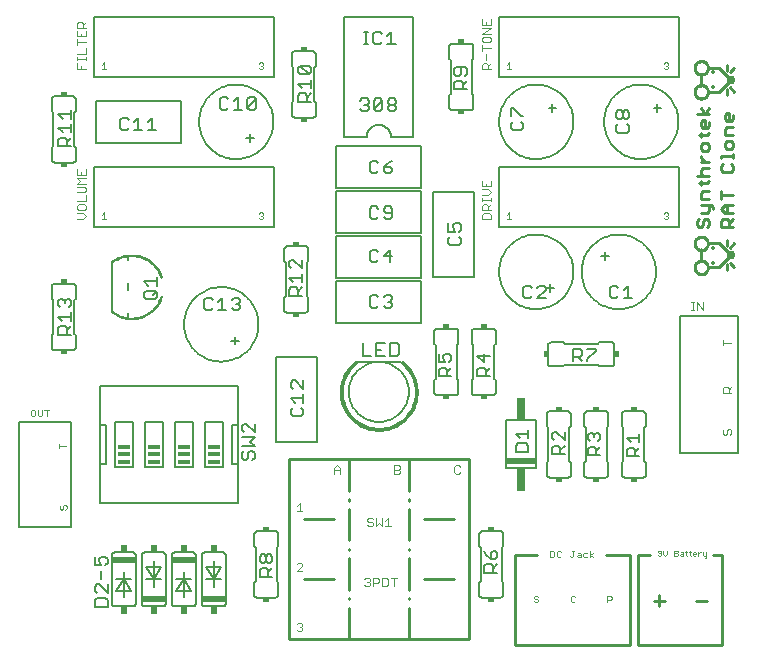
<source format=gto>
G75*
G70*
%OFA0B0*%
%FSLAX24Y24*%
%IPPOS*%
%LPD*%
%AMOC8*
5,1,8,0,0,1.08239X$1,22.5*
%
%ADD10C,0.0080*%
%ADD11C,0.0100*%
%ADD12C,0.0000*%
%ADD13C,0.0300*%
%ADD14C,0.0141*%
%ADD15C,0.0060*%
%ADD16C,0.0030*%
%ADD17C,0.0050*%
%ADD18C,0.0020*%
%ADD19R,0.0200X0.0150*%
%ADD20R,0.1000X0.0200*%
%ADD21R,0.0300X0.0750*%
%ADD22C,0.0010*%
%ADD23R,0.0150X0.0200*%
%ADD24R,0.0400X0.0150*%
%ADD25R,0.0800X0.0200*%
%ADD26R,0.0200X0.0250*%
%ADD27C,0.0040*%
D10*
X003342Y002142D02*
X003342Y002353D01*
X003412Y002423D01*
X003692Y002423D01*
X003762Y002353D01*
X003762Y002142D01*
X003342Y002142D01*
X003412Y002603D02*
X003342Y002673D01*
X003342Y002813D01*
X003412Y002883D01*
X003482Y002883D01*
X003762Y002603D01*
X003762Y002883D01*
X003552Y003063D02*
X003552Y003343D01*
X003552Y003523D02*
X003482Y003664D01*
X003482Y003734D01*
X003552Y003804D01*
X003692Y003804D01*
X003762Y003734D01*
X003762Y003593D01*
X003692Y003523D01*
X003552Y003523D02*
X003342Y003523D01*
X003342Y003804D01*
X008242Y007112D02*
X008312Y007042D01*
X008382Y007042D01*
X008452Y007112D01*
X008452Y007253D01*
X008522Y007323D01*
X008592Y007323D01*
X008662Y007253D01*
X008662Y007112D01*
X008592Y007042D01*
X008242Y007112D02*
X008242Y007253D01*
X008312Y007323D01*
X008242Y007503D02*
X008662Y007503D01*
X008522Y007643D01*
X008662Y007783D01*
X008242Y007783D01*
X008312Y007963D02*
X008242Y008033D01*
X008242Y008173D01*
X008312Y008243D01*
X008382Y008243D01*
X008662Y007963D01*
X008662Y008243D01*
X009862Y008551D02*
X009932Y008481D01*
X010212Y008481D01*
X010282Y008551D01*
X010282Y008691D01*
X010212Y008761D01*
X010282Y008942D02*
X010282Y009222D01*
X010282Y009082D02*
X009862Y009082D01*
X010002Y008942D01*
X009932Y008761D02*
X009862Y008691D01*
X009862Y008551D01*
X009932Y009402D02*
X009862Y009472D01*
X009862Y009612D01*
X009932Y009682D01*
X010002Y009682D01*
X010282Y009402D01*
X010282Y009682D01*
X012052Y010302D02*
X013552Y010302D01*
X013393Y010502D02*
X013183Y010502D01*
X013183Y010923D01*
X013393Y010923D01*
X013463Y010853D01*
X013463Y010572D01*
X013393Y010502D01*
X013003Y010502D02*
X012723Y010502D01*
X012723Y010923D01*
X013003Y010923D01*
X012863Y010713D02*
X012723Y010713D01*
X012543Y010502D02*
X012262Y010502D01*
X012262Y010923D01*
X012572Y012102D02*
X012502Y012172D01*
X012502Y012453D01*
X012572Y012523D01*
X012713Y012523D01*
X012783Y012453D01*
X012963Y012453D02*
X013033Y012523D01*
X013173Y012523D01*
X013243Y012453D01*
X013243Y012383D01*
X013173Y012313D01*
X013243Y012242D01*
X013243Y012172D01*
X013173Y012102D01*
X013033Y012102D01*
X012963Y012172D01*
X012783Y012172D02*
X012713Y012102D01*
X012572Y012102D01*
X013103Y012313D02*
X013173Y012313D01*
X013173Y013622D02*
X013173Y014043D01*
X012963Y013833D01*
X013243Y013833D01*
X012783Y013973D02*
X012713Y014043D01*
X012572Y014043D01*
X012502Y013973D01*
X012502Y013692D01*
X012572Y013622D01*
X012713Y013622D01*
X012783Y013692D01*
X012713Y015062D02*
X012783Y015132D01*
X012713Y015062D02*
X012572Y015062D01*
X012502Y015132D01*
X012502Y015413D01*
X012572Y015483D01*
X012713Y015483D01*
X012783Y015413D01*
X012963Y015413D02*
X012963Y015343D01*
X013033Y015273D01*
X013243Y015273D01*
X013243Y015413D02*
X013173Y015483D01*
X013033Y015483D01*
X012963Y015413D01*
X013243Y015413D02*
X013243Y015132D01*
X013173Y015062D01*
X013033Y015062D01*
X012963Y015132D01*
X013033Y016582D02*
X013173Y016582D01*
X013243Y016652D01*
X013243Y016722D01*
X013173Y016793D01*
X012963Y016793D01*
X012963Y016652D01*
X013033Y016582D01*
X012963Y016793D02*
X013103Y016933D01*
X013243Y017003D01*
X012783Y016933D02*
X012713Y017003D01*
X012572Y017003D01*
X012502Y016933D01*
X012502Y016652D01*
X012572Y016582D01*
X012713Y016582D01*
X012783Y016652D01*
X012853Y018662D02*
X012713Y018662D01*
X012643Y018732D01*
X012923Y019013D01*
X012923Y018732D01*
X012853Y018662D01*
X012643Y018732D02*
X012643Y019013D01*
X012713Y019083D01*
X012853Y019083D01*
X012923Y019013D01*
X013103Y019013D02*
X013103Y018943D01*
X013173Y018873D01*
X013313Y018873D01*
X013383Y018802D01*
X013383Y018732D01*
X013313Y018662D01*
X013173Y018662D01*
X013103Y018732D01*
X013103Y018802D01*
X013173Y018873D01*
X013313Y018873D02*
X013383Y018943D01*
X013383Y019013D01*
X013313Y019083D01*
X013173Y019083D01*
X013103Y019013D01*
X012463Y019013D02*
X012463Y018943D01*
X012393Y018873D01*
X012463Y018802D01*
X012463Y018732D01*
X012393Y018662D01*
X012252Y018662D01*
X012182Y018732D01*
X012322Y018873D02*
X012393Y018873D01*
X012463Y019013D02*
X012393Y019083D01*
X012252Y019083D01*
X012182Y019013D01*
X010537Y018967D02*
X010117Y018967D01*
X010117Y019178D01*
X010187Y019248D01*
X010327Y019248D01*
X010397Y019178D01*
X010397Y018967D01*
X010397Y019107D02*
X010537Y019248D01*
X010537Y019428D02*
X010537Y019708D01*
X010537Y019568D02*
X010117Y019568D01*
X010257Y019428D01*
X010187Y019888D02*
X010117Y019958D01*
X010117Y020098D01*
X010187Y020168D01*
X010467Y019888D01*
X010537Y019958D01*
X010537Y020098D01*
X010467Y020168D01*
X010187Y020168D01*
X010187Y019888D02*
X010467Y019888D01*
X008703Y019053D02*
X008703Y018772D01*
X008633Y018702D01*
X008493Y018702D01*
X008423Y018772D01*
X008703Y019053D01*
X008633Y019123D01*
X008493Y019123D01*
X008423Y019053D01*
X008423Y018772D01*
X008243Y018702D02*
X007963Y018702D01*
X008103Y018702D02*
X008103Y019123D01*
X007963Y018983D01*
X007783Y019053D02*
X007713Y019123D01*
X007572Y019123D01*
X007502Y019053D01*
X007502Y018772D01*
X007572Y018702D01*
X007713Y018702D01*
X007783Y018772D01*
X005383Y018022D02*
X005103Y018022D01*
X005243Y018022D02*
X005243Y018443D01*
X005103Y018303D01*
X004783Y018443D02*
X004783Y018022D01*
X004643Y018022D02*
X004923Y018022D01*
X004643Y018303D02*
X004783Y018443D01*
X004463Y018373D02*
X004393Y018443D01*
X004252Y018443D01*
X004182Y018373D01*
X004182Y018092D01*
X004252Y018022D01*
X004393Y018022D01*
X004463Y018092D01*
X002542Y018093D02*
X002122Y018093D01*
X002262Y017953D01*
X002192Y017773D02*
X002332Y017773D01*
X002402Y017703D01*
X002402Y017492D01*
X002542Y017492D02*
X002122Y017492D01*
X002122Y017703D01*
X002192Y017773D01*
X002402Y017632D02*
X002542Y017773D01*
X002542Y017953D02*
X002542Y018233D01*
X002542Y018413D02*
X002542Y018693D01*
X002542Y018553D02*
X002122Y018553D01*
X002262Y018413D01*
X004982Y012982D02*
X005402Y012982D01*
X005402Y012842D02*
X005402Y013122D01*
X005122Y012842D02*
X004982Y012982D01*
X005052Y012662D02*
X005332Y012662D01*
X005402Y012592D01*
X005402Y012452D01*
X005332Y012382D01*
X005052Y012382D01*
X004982Y012452D01*
X004982Y012592D01*
X005052Y012662D01*
X005262Y012522D02*
X005402Y012662D01*
X006982Y012373D02*
X006982Y012092D01*
X007052Y012022D01*
X007193Y012022D01*
X007263Y012092D01*
X007443Y012022D02*
X007723Y012022D01*
X007583Y012022D02*
X007583Y012443D01*
X007443Y012303D01*
X007263Y012373D02*
X007193Y012443D01*
X007052Y012443D01*
X006982Y012373D01*
X007903Y012373D02*
X007973Y012443D01*
X008113Y012443D01*
X008183Y012373D01*
X008183Y012303D01*
X008113Y012233D01*
X008183Y012162D01*
X008183Y012092D01*
X008113Y012022D01*
X007973Y012022D01*
X007903Y012092D01*
X008043Y012233D02*
X008113Y012233D01*
X009817Y012502D02*
X009817Y012713D01*
X009887Y012783D01*
X010027Y012783D01*
X010097Y012713D01*
X010097Y012502D01*
X010237Y012502D02*
X009817Y012502D01*
X010097Y012642D02*
X010237Y012783D01*
X010237Y012963D02*
X010237Y013243D01*
X010237Y013103D02*
X009817Y013103D01*
X009957Y012963D01*
X009887Y013423D02*
X009817Y013493D01*
X009817Y013633D01*
X009887Y013703D01*
X009957Y013703D01*
X010237Y013423D01*
X010237Y013703D01*
X014802Y010573D02*
X014802Y010293D01*
X015012Y010293D01*
X014942Y010433D01*
X014942Y010503D01*
X015012Y010573D01*
X015152Y010573D01*
X015222Y010503D01*
X015222Y010363D01*
X015152Y010293D01*
X015222Y010113D02*
X015082Y009972D01*
X015082Y010043D02*
X015082Y009832D01*
X015222Y009832D02*
X014802Y009832D01*
X014802Y010043D01*
X014872Y010113D01*
X015012Y010113D01*
X015082Y010043D01*
X016087Y010043D02*
X016087Y009832D01*
X016507Y009832D01*
X016367Y009832D02*
X016367Y010043D01*
X016297Y010113D01*
X016157Y010113D01*
X016087Y010043D01*
X016367Y009972D02*
X016507Y010113D01*
X016297Y010293D02*
X016297Y010573D01*
X016087Y010503D02*
X016297Y010293D01*
X016507Y010503D02*
X016087Y010503D01*
X017692Y012422D02*
X017833Y012422D01*
X017903Y012492D01*
X018083Y012422D02*
X018363Y012703D01*
X018363Y012773D01*
X018293Y012843D01*
X018153Y012843D01*
X018083Y012773D01*
X017903Y012773D02*
X017833Y012843D01*
X017692Y012843D01*
X017622Y012773D01*
X017622Y012492D01*
X017692Y012422D01*
X018083Y012422D02*
X018363Y012422D01*
X019287Y010743D02*
X019498Y010743D01*
X019568Y010673D01*
X019568Y010533D01*
X019498Y010462D01*
X019287Y010462D01*
X019287Y010322D02*
X019287Y010743D01*
X019427Y010462D02*
X019568Y010322D01*
X019748Y010322D02*
X019748Y010392D01*
X020028Y010673D01*
X020028Y010743D01*
X019748Y010743D01*
X020572Y012422D02*
X020713Y012422D01*
X020783Y012492D01*
X020963Y012422D02*
X021243Y012422D01*
X021103Y012422D02*
X021103Y012843D01*
X020963Y012703D01*
X020783Y012773D02*
X020713Y012843D01*
X020572Y012843D01*
X020502Y012773D01*
X020502Y012492D01*
X020572Y012422D01*
X020122Y007933D02*
X020192Y007863D01*
X020192Y007723D01*
X020122Y007653D01*
X020192Y007473D02*
X020052Y007332D01*
X020052Y007403D02*
X020052Y007192D01*
X020192Y007192D02*
X019772Y007192D01*
X019772Y007403D01*
X019842Y007473D01*
X019982Y007473D01*
X020052Y007403D01*
X019842Y007653D02*
X019772Y007723D01*
X019772Y007863D01*
X019842Y007933D01*
X019912Y007933D01*
X019982Y007863D01*
X020052Y007933D01*
X020122Y007933D01*
X019982Y007863D02*
X019982Y007793D01*
X018997Y007683D02*
X018717Y007963D01*
X018647Y007963D01*
X018577Y007893D01*
X018577Y007753D01*
X018647Y007683D01*
X018647Y007503D02*
X018787Y007503D01*
X018857Y007433D01*
X018857Y007222D01*
X018997Y007222D02*
X018577Y007222D01*
X018577Y007433D01*
X018647Y007503D01*
X018857Y007362D02*
X018997Y007503D01*
X018997Y007683D02*
X018997Y007963D01*
X017782Y007903D02*
X017362Y007903D01*
X017502Y007763D01*
X017432Y007583D02*
X017362Y007513D01*
X017362Y007302D01*
X017782Y007302D01*
X017782Y007513D01*
X017712Y007583D01*
X017432Y007583D01*
X017782Y007763D02*
X017782Y008043D01*
X021062Y007757D02*
X021202Y007617D01*
X021132Y007437D02*
X021272Y007437D01*
X021342Y007367D01*
X021342Y007157D01*
X021342Y007297D02*
X021482Y007437D01*
X021482Y007617D02*
X021482Y007897D01*
X021482Y007757D02*
X021062Y007757D01*
X021132Y007437D02*
X021062Y007367D01*
X021062Y007157D01*
X021482Y007157D01*
X016737Y003943D02*
X016737Y003803D01*
X016667Y003733D01*
X016527Y003733D01*
X016527Y003943D01*
X016597Y004013D01*
X016667Y004013D01*
X016737Y003943D01*
X016527Y003733D02*
X016387Y003873D01*
X016317Y004013D01*
X016387Y003553D02*
X016527Y003553D01*
X016597Y003483D01*
X016597Y003272D01*
X016737Y003272D02*
X016317Y003272D01*
X016317Y003483D01*
X016387Y003553D01*
X016597Y003412D02*
X016737Y003553D01*
X009252Y003673D02*
X009182Y003603D01*
X009112Y003603D01*
X009042Y003673D01*
X009042Y003813D01*
X009112Y003883D01*
X009182Y003883D01*
X009252Y003813D01*
X009252Y003673D01*
X009042Y003673D02*
X008972Y003603D01*
X008902Y003603D01*
X008832Y003673D01*
X008832Y003813D01*
X008902Y003883D01*
X008972Y003883D01*
X009042Y003813D01*
X009042Y003423D02*
X008902Y003423D01*
X008832Y003353D01*
X008832Y003142D01*
X009252Y003142D01*
X009112Y003142D02*
X009112Y003353D01*
X009042Y003423D01*
X009112Y003282D02*
X009252Y003423D01*
X002537Y011207D02*
X002117Y011207D01*
X002117Y011418D01*
X002187Y011488D01*
X002327Y011488D01*
X002397Y011418D01*
X002397Y011207D01*
X002397Y011347D02*
X002537Y011488D01*
X002537Y011668D02*
X002537Y011948D01*
X002537Y011808D02*
X002117Y011808D01*
X002257Y011668D01*
X002187Y012128D02*
X002117Y012198D01*
X002117Y012338D01*
X002187Y012408D01*
X002257Y012408D01*
X002327Y012338D01*
X002397Y012408D01*
X002467Y012408D01*
X002537Y012338D01*
X002537Y012198D01*
X002467Y012128D01*
X002327Y012268D02*
X002327Y012338D01*
X012315Y020882D02*
X012455Y020882D01*
X012385Y020882D02*
X012385Y021303D01*
X012315Y021303D02*
X012455Y021303D01*
X012622Y021233D02*
X012622Y020952D01*
X012692Y020882D01*
X012832Y020882D01*
X012902Y020952D01*
X013082Y020882D02*
X013362Y020882D01*
X013222Y020882D02*
X013222Y021303D01*
X013082Y021163D01*
X012902Y021233D02*
X012832Y021303D01*
X012692Y021303D01*
X012622Y021233D01*
X015322Y020053D02*
X015322Y019913D01*
X015392Y019843D01*
X015462Y019843D01*
X015532Y019913D01*
X015532Y020123D01*
X015392Y020123D02*
X015322Y020053D01*
X015392Y020123D02*
X015672Y020123D01*
X015742Y020053D01*
X015742Y019913D01*
X015672Y019843D01*
X015742Y019663D02*
X015602Y019522D01*
X015602Y019593D02*
X015602Y019382D01*
X015742Y019382D02*
X015322Y019382D01*
X015322Y019593D01*
X015392Y019663D01*
X015532Y019663D01*
X015602Y019593D01*
X017202Y018763D02*
X017202Y018483D01*
X017272Y018303D02*
X017202Y018233D01*
X017202Y018092D01*
X017272Y018022D01*
X017552Y018022D01*
X017622Y018092D01*
X017622Y018233D01*
X017552Y018303D01*
X017552Y018483D02*
X017622Y018483D01*
X017552Y018483D02*
X017272Y018763D01*
X017202Y018763D01*
X020722Y018613D02*
X020722Y018473D01*
X020792Y018403D01*
X020862Y018403D01*
X020932Y018473D01*
X020932Y018613D01*
X021002Y018683D01*
X021072Y018683D01*
X021142Y018613D01*
X021142Y018473D01*
X021072Y018403D01*
X021002Y018403D01*
X020932Y018473D01*
X020932Y018613D02*
X020862Y018683D01*
X020792Y018683D01*
X020722Y018613D01*
X020792Y018223D02*
X020722Y018153D01*
X020722Y018012D01*
X020792Y017942D01*
X021072Y017942D01*
X021142Y018012D01*
X021142Y018153D01*
X021072Y018223D01*
X015542Y014853D02*
X015542Y014713D01*
X015472Y014643D01*
X015332Y014643D02*
X015262Y014783D01*
X015262Y014853D01*
X015332Y014923D01*
X015472Y014923D01*
X015542Y014853D01*
X015332Y014643D02*
X015122Y014643D01*
X015122Y014923D01*
X015192Y014463D02*
X015122Y014393D01*
X015122Y014252D01*
X015192Y014182D01*
X015472Y014182D01*
X015542Y014252D01*
X015542Y014393D01*
X015472Y014463D01*
D11*
X023402Y014869D02*
X023469Y014802D01*
X023535Y014802D01*
X023602Y014869D01*
X023602Y015003D01*
X023669Y015069D01*
X023736Y015069D01*
X023802Y015003D01*
X023802Y014869D01*
X023736Y014802D01*
X023402Y014869D02*
X023402Y015003D01*
X023469Y015069D01*
X023535Y015263D02*
X023736Y015263D01*
X023802Y015329D01*
X023802Y015530D01*
X023869Y015530D02*
X023936Y015463D01*
X023936Y015396D01*
X023869Y015530D02*
X023535Y015530D01*
X023535Y015723D02*
X023535Y015923D01*
X023602Y015990D01*
X023802Y015990D01*
X023802Y015723D02*
X023535Y015723D01*
X023535Y016183D02*
X023535Y016317D01*
X023469Y016250D02*
X023736Y016250D01*
X023802Y016317D01*
X023802Y016490D02*
X023402Y016490D01*
X023535Y016557D02*
X023535Y016690D01*
X023602Y016757D01*
X023802Y016757D01*
X023802Y016951D02*
X023535Y016951D01*
X023535Y017084D02*
X023535Y017151D01*
X023535Y017084D02*
X023669Y016951D01*
X023602Y017334D02*
X023535Y017401D01*
X023535Y017534D01*
X023602Y017601D01*
X023736Y017601D01*
X023802Y017534D01*
X023802Y017401D01*
X023736Y017334D01*
X023602Y017334D01*
X023535Y017795D02*
X023535Y017928D01*
X023469Y017861D02*
X023736Y017861D01*
X023802Y017928D01*
X023736Y018102D02*
X023602Y018102D01*
X023535Y018168D01*
X023535Y018302D01*
X023602Y018368D01*
X023669Y018368D01*
X023669Y018102D01*
X023736Y018102D02*
X023802Y018168D01*
X023802Y018302D01*
X023802Y018562D02*
X023402Y018562D01*
X023535Y018762D02*
X023669Y018562D01*
X023802Y018762D01*
X023852Y019302D02*
X024152Y019302D01*
X024552Y019702D01*
X024152Y020102D01*
X023852Y020102D01*
X023328Y020102D02*
X023330Y020131D01*
X023336Y020160D01*
X023345Y020188D01*
X023358Y020214D01*
X023374Y020238D01*
X023394Y020260D01*
X023416Y020280D01*
X023440Y020296D01*
X023466Y020309D01*
X023494Y020318D01*
X023523Y020324D01*
X023552Y020326D01*
X023581Y020324D01*
X023610Y020318D01*
X023638Y020309D01*
X023664Y020296D01*
X023688Y020280D01*
X023710Y020260D01*
X023730Y020238D01*
X023746Y020214D01*
X023759Y020188D01*
X023768Y020160D01*
X023774Y020131D01*
X023776Y020102D01*
X023774Y020073D01*
X023768Y020044D01*
X023759Y020016D01*
X023746Y019990D01*
X023730Y019966D01*
X023710Y019944D01*
X023688Y019924D01*
X023664Y019908D01*
X023638Y019895D01*
X023610Y019886D01*
X023581Y019880D01*
X023552Y019878D01*
X023523Y019880D01*
X023494Y019886D01*
X023466Y019895D01*
X023440Y019908D01*
X023416Y019924D01*
X023394Y019944D01*
X023374Y019966D01*
X023358Y019990D01*
X023345Y020016D01*
X023336Y020044D01*
X023330Y020073D01*
X023328Y020102D01*
X023552Y019902D02*
X023552Y019502D01*
X023328Y019302D02*
X023330Y019331D01*
X023336Y019360D01*
X023345Y019388D01*
X023358Y019414D01*
X023374Y019438D01*
X023394Y019460D01*
X023416Y019480D01*
X023440Y019496D01*
X023466Y019509D01*
X023494Y019518D01*
X023523Y019524D01*
X023552Y019526D01*
X023581Y019524D01*
X023610Y019518D01*
X023638Y019509D01*
X023664Y019496D01*
X023688Y019480D01*
X023710Y019460D01*
X023730Y019438D01*
X023746Y019414D01*
X023759Y019388D01*
X023768Y019360D01*
X023774Y019331D01*
X023776Y019302D01*
X023774Y019273D01*
X023768Y019244D01*
X023759Y019216D01*
X023746Y019190D01*
X023730Y019166D01*
X023710Y019144D01*
X023688Y019124D01*
X023664Y019108D01*
X023638Y019095D01*
X023610Y019086D01*
X023581Y019080D01*
X023552Y019078D01*
X023523Y019080D01*
X023494Y019086D01*
X023466Y019095D01*
X023440Y019108D01*
X023416Y019124D01*
X023394Y019144D01*
X023374Y019166D01*
X023358Y019190D01*
X023345Y019216D01*
X023336Y019244D01*
X023330Y019273D01*
X023328Y019302D01*
X024402Y019202D02*
X024402Y019402D01*
X024502Y019452D02*
X024652Y019302D01*
X024502Y019952D02*
X024652Y020102D01*
X024402Y020002D02*
X024402Y020202D01*
X024402Y018599D02*
X024469Y018599D01*
X024469Y018332D01*
X024536Y018332D02*
X024402Y018332D01*
X024335Y018398D01*
X024335Y018532D01*
X024402Y018599D01*
X024602Y018532D02*
X024602Y018398D01*
X024536Y018332D01*
X024602Y018138D02*
X024402Y018138D01*
X024335Y018072D01*
X024335Y017871D01*
X024602Y017871D01*
X024536Y017678D02*
X024402Y017678D01*
X024335Y017611D01*
X024335Y017478D01*
X024402Y017411D01*
X024536Y017411D01*
X024602Y017478D01*
X024602Y017611D01*
X024536Y017678D01*
X024602Y017238D02*
X024602Y017104D01*
X024602Y017171D02*
X024202Y017171D01*
X024202Y017104D01*
X024269Y016911D02*
X024202Y016844D01*
X024202Y016710D01*
X024269Y016644D01*
X024536Y016644D01*
X024602Y016710D01*
X024602Y016844D01*
X024536Y016911D01*
X023602Y016490D02*
X023535Y016557D01*
X024202Y015990D02*
X024202Y015723D01*
X024202Y015856D02*
X024602Y015856D01*
X024602Y015530D02*
X024335Y015530D01*
X024202Y015396D01*
X024335Y015263D01*
X024602Y015263D01*
X024602Y015069D02*
X024469Y014936D01*
X024469Y015003D02*
X024469Y014802D01*
X024602Y014802D02*
X024202Y014802D01*
X024202Y015003D01*
X024269Y015069D01*
X024402Y015069D01*
X024469Y015003D01*
X024402Y015263D02*
X024402Y015530D01*
X024402Y014352D02*
X024402Y014152D01*
X024502Y014102D02*
X024652Y014252D01*
X024552Y013852D02*
X024152Y013452D01*
X023852Y013452D01*
X023328Y013452D02*
X023330Y013481D01*
X023336Y013510D01*
X023345Y013538D01*
X023358Y013564D01*
X023374Y013588D01*
X023394Y013610D01*
X023416Y013630D01*
X023440Y013646D01*
X023466Y013659D01*
X023494Y013668D01*
X023523Y013674D01*
X023552Y013676D01*
X023581Y013674D01*
X023610Y013668D01*
X023638Y013659D01*
X023664Y013646D01*
X023688Y013630D01*
X023710Y013610D01*
X023730Y013588D01*
X023746Y013564D01*
X023759Y013538D01*
X023768Y013510D01*
X023774Y013481D01*
X023776Y013452D01*
X023774Y013423D01*
X023768Y013394D01*
X023759Y013366D01*
X023746Y013340D01*
X023730Y013316D01*
X023710Y013294D01*
X023688Y013274D01*
X023664Y013258D01*
X023638Y013245D01*
X023610Y013236D01*
X023581Y013230D01*
X023552Y013228D01*
X023523Y013230D01*
X023494Y013236D01*
X023466Y013245D01*
X023440Y013258D01*
X023416Y013274D01*
X023394Y013294D01*
X023374Y013316D01*
X023358Y013340D01*
X023345Y013366D01*
X023336Y013394D01*
X023330Y013423D01*
X023328Y013452D01*
X023552Y013652D02*
X023552Y014052D01*
X023328Y014252D02*
X023330Y014281D01*
X023336Y014310D01*
X023345Y014338D01*
X023358Y014364D01*
X023374Y014388D01*
X023394Y014410D01*
X023416Y014430D01*
X023440Y014446D01*
X023466Y014459D01*
X023494Y014468D01*
X023523Y014474D01*
X023552Y014476D01*
X023581Y014474D01*
X023610Y014468D01*
X023638Y014459D01*
X023664Y014446D01*
X023688Y014430D01*
X023710Y014410D01*
X023730Y014388D01*
X023746Y014364D01*
X023759Y014338D01*
X023768Y014310D01*
X023774Y014281D01*
X023776Y014252D01*
X023774Y014223D01*
X023768Y014194D01*
X023759Y014166D01*
X023746Y014140D01*
X023730Y014116D01*
X023710Y014094D01*
X023688Y014074D01*
X023664Y014058D01*
X023638Y014045D01*
X023610Y014036D01*
X023581Y014030D01*
X023552Y014028D01*
X023523Y014030D01*
X023494Y014036D01*
X023466Y014045D01*
X023440Y014058D01*
X023416Y014074D01*
X023394Y014094D01*
X023374Y014116D01*
X023358Y014140D01*
X023345Y014166D01*
X023336Y014194D01*
X023330Y014223D01*
X023328Y014252D01*
X023852Y014252D02*
X024152Y014252D01*
X024552Y013852D01*
X024502Y013602D02*
X024652Y013452D01*
X024402Y013352D02*
X024402Y013552D01*
X015802Y007052D02*
X015802Y001052D01*
X013802Y001052D01*
X013802Y002109D01*
X013802Y002380D02*
X013802Y002429D01*
X013802Y002700D02*
X013802Y003757D01*
X013802Y004028D02*
X013802Y004077D01*
X013802Y004348D02*
X013802Y005405D01*
X013802Y005675D02*
X013802Y005725D01*
X013802Y005995D02*
X013802Y007052D01*
X015802Y007052D01*
X013802Y007052D02*
X011802Y007052D01*
X011802Y005995D01*
X011802Y005725D02*
X011802Y005675D01*
X011802Y005405D02*
X011802Y004348D01*
X011802Y004077D02*
X011802Y004028D01*
X011802Y003757D02*
X011802Y002700D01*
X011802Y002429D02*
X011802Y002380D01*
X011802Y002109D02*
X011802Y001052D01*
X009802Y001052D01*
X009802Y007052D01*
X011802Y007052D01*
X011302Y005052D02*
X010302Y005052D01*
X010302Y003052D02*
X011302Y003052D01*
X011802Y001052D02*
X013802Y001052D01*
X014302Y003052D02*
X015302Y003052D01*
X015302Y005052D02*
X014302Y005052D01*
X017337Y003847D02*
X018072Y003847D01*
X017337Y003847D02*
X017337Y000872D01*
X021187Y000872D01*
X021187Y003847D01*
X020380Y003847D01*
X021452Y003852D02*
X021452Y000877D01*
X024252Y000877D01*
X024252Y003852D01*
X023944Y003852D01*
X023738Y002342D02*
X023388Y002342D01*
X022327Y002342D02*
X021973Y002342D01*
X022148Y002167D02*
X022148Y002517D01*
X021847Y003852D02*
X021452Y003852D01*
D12*
X023552Y013652D02*
X023552Y014052D01*
X023552Y019502D02*
X023552Y019902D01*
D13*
X024552Y019702D03*
X024552Y013852D03*
D14*
X023952Y013602D03*
X023952Y014102D03*
X023952Y019452D03*
X023952Y019952D03*
D15*
X022212Y018752D02*
X021962Y018752D01*
X022092Y018622D02*
X022092Y018882D01*
X020312Y018302D02*
X020314Y018372D01*
X020320Y018442D01*
X020330Y018512D01*
X020344Y018580D01*
X020361Y018648D01*
X020383Y018715D01*
X020408Y018781D01*
X020437Y018845D01*
X020469Y018907D01*
X020505Y018967D01*
X020545Y019025D01*
X020587Y019081D01*
X020633Y019134D01*
X020681Y019185D01*
X020733Y019233D01*
X020787Y019278D01*
X020843Y019319D01*
X020902Y019358D01*
X020963Y019393D01*
X021025Y019425D01*
X021090Y019453D01*
X021155Y019477D01*
X021223Y019497D01*
X021291Y019514D01*
X021360Y019527D01*
X021429Y019536D01*
X021499Y019541D01*
X021570Y019542D01*
X021640Y019539D01*
X021710Y019532D01*
X021779Y019521D01*
X021847Y019506D01*
X021915Y019488D01*
X021982Y019465D01*
X022047Y019439D01*
X022110Y019409D01*
X022172Y019376D01*
X022232Y019339D01*
X022289Y019299D01*
X022345Y019256D01*
X022397Y019209D01*
X022447Y019160D01*
X022494Y019108D01*
X022538Y019053D01*
X022579Y018996D01*
X022617Y018937D01*
X022651Y018876D01*
X022682Y018813D01*
X022709Y018748D01*
X022732Y018682D01*
X022752Y018614D01*
X022768Y018546D01*
X022780Y018477D01*
X022788Y018407D01*
X022792Y018337D01*
X022792Y018267D01*
X022788Y018197D01*
X022780Y018127D01*
X022768Y018058D01*
X022752Y017990D01*
X022732Y017922D01*
X022709Y017856D01*
X022682Y017791D01*
X022651Y017728D01*
X022617Y017667D01*
X022579Y017608D01*
X022538Y017551D01*
X022494Y017496D01*
X022447Y017444D01*
X022397Y017395D01*
X022345Y017348D01*
X022289Y017305D01*
X022232Y017265D01*
X022172Y017228D01*
X022110Y017195D01*
X022047Y017165D01*
X021982Y017139D01*
X021915Y017116D01*
X021847Y017098D01*
X021779Y017083D01*
X021710Y017072D01*
X021640Y017065D01*
X021570Y017062D01*
X021499Y017063D01*
X021429Y017068D01*
X021360Y017077D01*
X021291Y017090D01*
X021223Y017107D01*
X021155Y017127D01*
X021090Y017151D01*
X021025Y017179D01*
X020963Y017211D01*
X020902Y017246D01*
X020843Y017285D01*
X020787Y017326D01*
X020733Y017371D01*
X020681Y017419D01*
X020633Y017470D01*
X020587Y017523D01*
X020545Y017579D01*
X020505Y017637D01*
X020469Y017697D01*
X020437Y017759D01*
X020408Y017823D01*
X020383Y017889D01*
X020361Y017956D01*
X020344Y018024D01*
X020330Y018092D01*
X020320Y018162D01*
X020314Y018232D01*
X020312Y018302D01*
X018712Y018752D02*
X018462Y018752D01*
X018592Y018622D02*
X018592Y018882D01*
X016812Y018302D02*
X016814Y018372D01*
X016820Y018442D01*
X016830Y018512D01*
X016844Y018580D01*
X016861Y018648D01*
X016883Y018715D01*
X016908Y018781D01*
X016937Y018845D01*
X016969Y018907D01*
X017005Y018967D01*
X017045Y019025D01*
X017087Y019081D01*
X017133Y019134D01*
X017181Y019185D01*
X017233Y019233D01*
X017287Y019278D01*
X017343Y019319D01*
X017402Y019358D01*
X017463Y019393D01*
X017525Y019425D01*
X017590Y019453D01*
X017655Y019477D01*
X017723Y019497D01*
X017791Y019514D01*
X017860Y019527D01*
X017929Y019536D01*
X017999Y019541D01*
X018070Y019542D01*
X018140Y019539D01*
X018210Y019532D01*
X018279Y019521D01*
X018347Y019506D01*
X018415Y019488D01*
X018482Y019465D01*
X018547Y019439D01*
X018610Y019409D01*
X018672Y019376D01*
X018732Y019339D01*
X018789Y019299D01*
X018845Y019256D01*
X018897Y019209D01*
X018947Y019160D01*
X018994Y019108D01*
X019038Y019053D01*
X019079Y018996D01*
X019117Y018937D01*
X019151Y018876D01*
X019182Y018813D01*
X019209Y018748D01*
X019232Y018682D01*
X019252Y018614D01*
X019268Y018546D01*
X019280Y018477D01*
X019288Y018407D01*
X019292Y018337D01*
X019292Y018267D01*
X019288Y018197D01*
X019280Y018127D01*
X019268Y018058D01*
X019252Y017990D01*
X019232Y017922D01*
X019209Y017856D01*
X019182Y017791D01*
X019151Y017728D01*
X019117Y017667D01*
X019079Y017608D01*
X019038Y017551D01*
X018994Y017496D01*
X018947Y017444D01*
X018897Y017395D01*
X018845Y017348D01*
X018789Y017305D01*
X018732Y017265D01*
X018672Y017228D01*
X018610Y017195D01*
X018547Y017165D01*
X018482Y017139D01*
X018415Y017116D01*
X018347Y017098D01*
X018279Y017083D01*
X018210Y017072D01*
X018140Y017065D01*
X018070Y017062D01*
X017999Y017063D01*
X017929Y017068D01*
X017860Y017077D01*
X017791Y017090D01*
X017723Y017107D01*
X017655Y017127D01*
X017590Y017151D01*
X017525Y017179D01*
X017463Y017211D01*
X017402Y017246D01*
X017343Y017285D01*
X017287Y017326D01*
X017233Y017371D01*
X017181Y017419D01*
X017133Y017470D01*
X017087Y017523D01*
X017045Y017579D01*
X017005Y017637D01*
X016969Y017697D01*
X016937Y017759D01*
X016908Y017823D01*
X016883Y017889D01*
X016861Y017956D01*
X016844Y018024D01*
X016830Y018092D01*
X016820Y018162D01*
X016814Y018232D01*
X016812Y018302D01*
X015952Y018796D02*
X015952Y019196D01*
X015902Y019246D01*
X015902Y020359D01*
X015952Y020409D01*
X015952Y020809D01*
X015950Y020826D01*
X015946Y020843D01*
X015939Y020859D01*
X015929Y020873D01*
X015916Y020886D01*
X015902Y020896D01*
X015886Y020903D01*
X015869Y020907D01*
X015852Y020909D01*
X015252Y020909D01*
X015235Y020907D01*
X015218Y020903D01*
X015202Y020896D01*
X015188Y020886D01*
X015175Y020873D01*
X015165Y020859D01*
X015158Y020843D01*
X015154Y020826D01*
X015152Y020809D01*
X015152Y020409D01*
X015202Y020359D01*
X015202Y019246D01*
X015152Y019196D01*
X015152Y018796D01*
X015154Y018779D01*
X015158Y018762D01*
X015165Y018746D01*
X015175Y018732D01*
X015188Y018719D01*
X015202Y018709D01*
X015218Y018702D01*
X015235Y018698D01*
X015252Y018696D01*
X015852Y018696D01*
X015869Y018698D01*
X015886Y018702D01*
X015902Y018709D01*
X015916Y018719D01*
X015929Y018732D01*
X015939Y018746D01*
X015946Y018762D01*
X015950Y018779D01*
X015952Y018796D01*
X014220Y017491D02*
X014220Y016113D01*
X011385Y016113D01*
X011385Y017491D01*
X014220Y017491D01*
X013952Y017802D02*
X013202Y017802D01*
X013200Y017841D01*
X013194Y017880D01*
X013185Y017918D01*
X013172Y017955D01*
X013155Y017991D01*
X013135Y018024D01*
X013111Y018056D01*
X013085Y018085D01*
X013056Y018111D01*
X013024Y018135D01*
X012991Y018155D01*
X012955Y018172D01*
X012918Y018185D01*
X012880Y018194D01*
X012841Y018200D01*
X012802Y018202D01*
X012763Y018200D01*
X012724Y018194D01*
X012686Y018185D01*
X012649Y018172D01*
X012613Y018155D01*
X012580Y018135D01*
X012548Y018111D01*
X012519Y018085D01*
X012493Y018056D01*
X012469Y018024D01*
X012449Y017991D01*
X012432Y017955D01*
X012419Y017918D01*
X012410Y017880D01*
X012404Y017841D01*
X012402Y017802D01*
X011652Y017802D01*
X011652Y021802D01*
X013952Y021802D01*
X013952Y017802D01*
X014220Y015991D02*
X014220Y014613D01*
X011385Y014613D01*
X011385Y015991D01*
X014220Y015991D01*
X014613Y015970D02*
X015991Y015970D01*
X015991Y013135D01*
X014613Y013135D01*
X014613Y015970D01*
X014220Y014491D02*
X014220Y013113D01*
X011385Y013113D01*
X011385Y014491D01*
X014220Y014491D01*
X014220Y012991D02*
X014220Y011613D01*
X011385Y011613D01*
X011385Y012991D01*
X014220Y012991D01*
X014752Y011409D02*
X015352Y011409D01*
X015369Y011407D01*
X015386Y011403D01*
X015402Y011396D01*
X015416Y011386D01*
X015429Y011373D01*
X015439Y011359D01*
X015446Y011343D01*
X015450Y011326D01*
X015452Y011309D01*
X015452Y010909D01*
X015402Y010859D01*
X015402Y009746D01*
X015452Y009696D01*
X015452Y009296D01*
X015450Y009279D01*
X015446Y009262D01*
X015439Y009246D01*
X015429Y009232D01*
X015416Y009219D01*
X015402Y009209D01*
X015386Y009202D01*
X015369Y009198D01*
X015352Y009196D01*
X014752Y009196D01*
X014735Y009198D01*
X014718Y009202D01*
X014702Y009209D01*
X014688Y009219D01*
X014675Y009232D01*
X014665Y009246D01*
X014658Y009262D01*
X014654Y009279D01*
X014652Y009296D01*
X014652Y009696D01*
X014702Y009746D01*
X014702Y010859D01*
X014652Y010909D01*
X014652Y011309D01*
X014654Y011326D01*
X014658Y011343D01*
X014665Y011359D01*
X014675Y011373D01*
X014688Y011386D01*
X014702Y011396D01*
X014718Y011403D01*
X014735Y011407D01*
X014752Y011409D01*
X015902Y011309D02*
X015902Y010909D01*
X015952Y010859D01*
X015952Y009746D01*
X015902Y009696D01*
X015902Y009296D01*
X015904Y009279D01*
X015908Y009262D01*
X015915Y009246D01*
X015925Y009232D01*
X015938Y009219D01*
X015952Y009209D01*
X015968Y009202D01*
X015985Y009198D01*
X016002Y009196D01*
X016602Y009196D01*
X016619Y009198D01*
X016636Y009202D01*
X016652Y009209D01*
X016666Y009219D01*
X016679Y009232D01*
X016689Y009246D01*
X016696Y009262D01*
X016700Y009279D01*
X016702Y009296D01*
X016702Y009696D01*
X016652Y009746D01*
X016652Y010859D01*
X016702Y010909D01*
X016702Y011309D01*
X016700Y011326D01*
X016696Y011343D01*
X016689Y011359D01*
X016679Y011373D01*
X016666Y011386D01*
X016652Y011396D01*
X016636Y011403D01*
X016619Y011407D01*
X016602Y011409D01*
X016002Y011409D01*
X015985Y011407D01*
X015968Y011403D01*
X015952Y011396D01*
X015938Y011386D01*
X015925Y011373D01*
X015915Y011359D01*
X015908Y011343D01*
X015904Y011326D01*
X015902Y011309D01*
X018372Y012762D02*
X018632Y012762D01*
X018502Y012642D02*
X018502Y012892D01*
X016812Y013302D02*
X016814Y013372D01*
X016820Y013442D01*
X016830Y013512D01*
X016844Y013580D01*
X016861Y013648D01*
X016883Y013715D01*
X016908Y013781D01*
X016937Y013845D01*
X016969Y013907D01*
X017005Y013967D01*
X017045Y014025D01*
X017087Y014081D01*
X017133Y014134D01*
X017181Y014185D01*
X017233Y014233D01*
X017287Y014278D01*
X017343Y014319D01*
X017402Y014358D01*
X017463Y014393D01*
X017525Y014425D01*
X017590Y014453D01*
X017655Y014477D01*
X017723Y014497D01*
X017791Y014514D01*
X017860Y014527D01*
X017929Y014536D01*
X017999Y014541D01*
X018070Y014542D01*
X018140Y014539D01*
X018210Y014532D01*
X018279Y014521D01*
X018347Y014506D01*
X018415Y014488D01*
X018482Y014465D01*
X018547Y014439D01*
X018610Y014409D01*
X018672Y014376D01*
X018732Y014339D01*
X018789Y014299D01*
X018845Y014256D01*
X018897Y014209D01*
X018947Y014160D01*
X018994Y014108D01*
X019038Y014053D01*
X019079Y013996D01*
X019117Y013937D01*
X019151Y013876D01*
X019182Y013813D01*
X019209Y013748D01*
X019232Y013682D01*
X019252Y013614D01*
X019268Y013546D01*
X019280Y013477D01*
X019288Y013407D01*
X019292Y013337D01*
X019292Y013267D01*
X019288Y013197D01*
X019280Y013127D01*
X019268Y013058D01*
X019252Y012990D01*
X019232Y012922D01*
X019209Y012856D01*
X019182Y012791D01*
X019151Y012728D01*
X019117Y012667D01*
X019079Y012608D01*
X019038Y012551D01*
X018994Y012496D01*
X018947Y012444D01*
X018897Y012395D01*
X018845Y012348D01*
X018789Y012305D01*
X018732Y012265D01*
X018672Y012228D01*
X018610Y012195D01*
X018547Y012165D01*
X018482Y012139D01*
X018415Y012116D01*
X018347Y012098D01*
X018279Y012083D01*
X018210Y012072D01*
X018140Y012065D01*
X018070Y012062D01*
X017999Y012063D01*
X017929Y012068D01*
X017860Y012077D01*
X017791Y012090D01*
X017723Y012107D01*
X017655Y012127D01*
X017590Y012151D01*
X017525Y012179D01*
X017463Y012211D01*
X017402Y012246D01*
X017343Y012285D01*
X017287Y012326D01*
X017233Y012371D01*
X017181Y012419D01*
X017133Y012470D01*
X017087Y012523D01*
X017045Y012579D01*
X017005Y012637D01*
X016969Y012697D01*
X016937Y012759D01*
X016908Y012823D01*
X016883Y012889D01*
X016861Y012956D01*
X016844Y013024D01*
X016830Y013092D01*
X016820Y013162D01*
X016814Y013232D01*
X016812Y013302D01*
X018546Y010952D02*
X018946Y010952D01*
X018996Y010902D01*
X020109Y010902D01*
X020159Y010952D01*
X020559Y010952D01*
X020576Y010950D01*
X020593Y010946D01*
X020609Y010939D01*
X020623Y010929D01*
X020636Y010916D01*
X020646Y010902D01*
X020653Y010886D01*
X020657Y010869D01*
X020659Y010852D01*
X020659Y010252D01*
X020657Y010235D01*
X020653Y010218D01*
X020646Y010202D01*
X020636Y010188D01*
X020623Y010175D01*
X020609Y010165D01*
X020593Y010158D01*
X020576Y010154D01*
X020559Y010152D01*
X020159Y010152D01*
X020109Y010202D01*
X018996Y010202D01*
X018946Y010152D01*
X018546Y010152D01*
X018529Y010154D01*
X018512Y010158D01*
X018496Y010165D01*
X018482Y010175D01*
X018469Y010188D01*
X018459Y010202D01*
X018452Y010218D01*
X018448Y010235D01*
X018446Y010252D01*
X018446Y010852D01*
X018448Y010869D01*
X018452Y010886D01*
X018459Y010902D01*
X018469Y010916D01*
X018482Y010929D01*
X018496Y010939D01*
X018512Y010946D01*
X018529Y010950D01*
X018546Y010952D01*
X018502Y008659D02*
X019102Y008659D01*
X019119Y008657D01*
X019136Y008653D01*
X019152Y008646D01*
X019166Y008636D01*
X019179Y008623D01*
X019189Y008609D01*
X019196Y008593D01*
X019200Y008576D01*
X019202Y008559D01*
X019202Y008159D01*
X019152Y008109D01*
X019152Y006996D01*
X019202Y006946D01*
X019202Y006546D01*
X019200Y006529D01*
X019196Y006512D01*
X019189Y006496D01*
X019179Y006482D01*
X019166Y006469D01*
X019152Y006459D01*
X019136Y006452D01*
X019119Y006448D01*
X019102Y006446D01*
X018502Y006446D01*
X018485Y006448D01*
X018468Y006452D01*
X018452Y006459D01*
X018438Y006469D01*
X018425Y006482D01*
X018415Y006496D01*
X018408Y006512D01*
X018404Y006529D01*
X018402Y006546D01*
X018402Y006946D01*
X018452Y006996D01*
X018452Y008109D01*
X018402Y008159D01*
X018402Y008559D01*
X018404Y008576D01*
X018408Y008593D01*
X018415Y008609D01*
X018425Y008623D01*
X018438Y008636D01*
X018452Y008646D01*
X018468Y008653D01*
X018485Y008657D01*
X018502Y008659D01*
X018052Y008352D02*
X017052Y008352D01*
X017052Y006752D01*
X018052Y006752D01*
X018052Y008352D01*
X019652Y008159D02*
X019652Y008559D01*
X019654Y008576D01*
X019658Y008593D01*
X019665Y008609D01*
X019675Y008623D01*
X019688Y008636D01*
X019702Y008646D01*
X019718Y008653D01*
X019735Y008657D01*
X019752Y008659D01*
X020352Y008659D01*
X020369Y008657D01*
X020386Y008653D01*
X020402Y008646D01*
X020416Y008636D01*
X020429Y008623D01*
X020439Y008609D01*
X020446Y008593D01*
X020450Y008576D01*
X020452Y008559D01*
X020452Y008159D01*
X020402Y008109D01*
X020402Y006996D01*
X020452Y006946D01*
X020452Y006546D01*
X020450Y006529D01*
X020446Y006512D01*
X020439Y006496D01*
X020429Y006482D01*
X020416Y006469D01*
X020402Y006459D01*
X020386Y006452D01*
X020369Y006448D01*
X020352Y006446D01*
X019752Y006446D01*
X019735Y006448D01*
X019718Y006452D01*
X019702Y006459D01*
X019688Y006469D01*
X019675Y006482D01*
X019665Y006496D01*
X019658Y006512D01*
X019654Y006529D01*
X019652Y006546D01*
X019652Y006946D01*
X019702Y006996D01*
X019702Y008109D01*
X019652Y008159D01*
X020902Y008159D02*
X020902Y008559D01*
X020904Y008576D01*
X020908Y008593D01*
X020915Y008609D01*
X020925Y008623D01*
X020938Y008636D01*
X020952Y008646D01*
X020968Y008653D01*
X020985Y008657D01*
X021002Y008659D01*
X021602Y008659D01*
X021619Y008657D01*
X021636Y008653D01*
X021652Y008646D01*
X021666Y008636D01*
X021679Y008623D01*
X021689Y008609D01*
X021696Y008593D01*
X021700Y008576D01*
X021702Y008559D01*
X021702Y008159D01*
X021652Y008109D01*
X021652Y006996D01*
X021702Y006946D01*
X021702Y006546D01*
X021700Y006529D01*
X021696Y006512D01*
X021689Y006496D01*
X021679Y006482D01*
X021666Y006469D01*
X021652Y006459D01*
X021636Y006452D01*
X021619Y006448D01*
X021602Y006446D01*
X021002Y006446D01*
X020985Y006448D01*
X020968Y006452D01*
X020952Y006459D01*
X020938Y006469D01*
X020925Y006482D01*
X020915Y006496D01*
X020908Y006512D01*
X020904Y006529D01*
X020902Y006546D01*
X020902Y006946D01*
X020952Y006996D01*
X020952Y008109D01*
X020902Y008159D01*
X016952Y004559D02*
X016952Y004159D01*
X016902Y004109D01*
X016902Y002996D01*
X016952Y002946D01*
X016952Y002546D01*
X016950Y002529D01*
X016946Y002512D01*
X016939Y002496D01*
X016929Y002482D01*
X016916Y002469D01*
X016902Y002459D01*
X016886Y002452D01*
X016869Y002448D01*
X016852Y002446D01*
X016252Y002446D01*
X016235Y002448D01*
X016218Y002452D01*
X016202Y002459D01*
X016188Y002469D01*
X016175Y002482D01*
X016165Y002496D01*
X016158Y002512D01*
X016154Y002529D01*
X016152Y002546D01*
X016152Y002946D01*
X016202Y002996D01*
X016202Y004109D01*
X016152Y004159D01*
X016152Y004559D01*
X016154Y004576D01*
X016158Y004593D01*
X016165Y004609D01*
X016175Y004623D01*
X016188Y004636D01*
X016202Y004646D01*
X016218Y004653D01*
X016235Y004657D01*
X016252Y004659D01*
X016852Y004659D01*
X016869Y004657D01*
X016886Y004653D01*
X016902Y004646D01*
X016916Y004636D01*
X016929Y004623D01*
X016939Y004609D01*
X016946Y004593D01*
X016950Y004576D01*
X016952Y004559D01*
X011802Y009302D02*
X011804Y009365D01*
X011810Y009427D01*
X011820Y009489D01*
X011833Y009551D01*
X011851Y009611D01*
X011872Y009670D01*
X011897Y009728D01*
X011926Y009784D01*
X011958Y009838D01*
X011993Y009890D01*
X012031Y009939D01*
X012073Y009987D01*
X012117Y010031D01*
X012165Y010073D01*
X012214Y010111D01*
X012266Y010146D01*
X012320Y010178D01*
X012376Y010207D01*
X012434Y010232D01*
X012493Y010253D01*
X012553Y010271D01*
X012615Y010284D01*
X012677Y010294D01*
X012739Y010300D01*
X012802Y010302D01*
X012865Y010300D01*
X012927Y010294D01*
X012989Y010284D01*
X013051Y010271D01*
X013111Y010253D01*
X013170Y010232D01*
X013228Y010207D01*
X013284Y010178D01*
X013338Y010146D01*
X013390Y010111D01*
X013439Y010073D01*
X013487Y010031D01*
X013531Y009987D01*
X013573Y009939D01*
X013611Y009890D01*
X013646Y009838D01*
X013678Y009784D01*
X013707Y009728D01*
X013732Y009670D01*
X013753Y009611D01*
X013771Y009551D01*
X013784Y009489D01*
X013794Y009427D01*
X013800Y009365D01*
X013802Y009302D01*
X013800Y009239D01*
X013794Y009177D01*
X013784Y009115D01*
X013771Y009053D01*
X013753Y008993D01*
X013732Y008934D01*
X013707Y008876D01*
X013678Y008820D01*
X013646Y008766D01*
X013611Y008714D01*
X013573Y008665D01*
X013531Y008617D01*
X013487Y008573D01*
X013439Y008531D01*
X013390Y008493D01*
X013338Y008458D01*
X013284Y008426D01*
X013228Y008397D01*
X013170Y008372D01*
X013111Y008351D01*
X013051Y008333D01*
X012989Y008320D01*
X012927Y008310D01*
X012865Y008304D01*
X012802Y008302D01*
X012739Y008304D01*
X012677Y008310D01*
X012615Y008320D01*
X012553Y008333D01*
X012493Y008351D01*
X012434Y008372D01*
X012376Y008397D01*
X012320Y008426D01*
X012266Y008458D01*
X012214Y008493D01*
X012165Y008531D01*
X012117Y008573D01*
X012073Y008617D01*
X012031Y008665D01*
X011993Y008714D01*
X011958Y008766D01*
X011926Y008820D01*
X011897Y008876D01*
X011872Y008934D01*
X011851Y008993D01*
X011833Y009053D01*
X011820Y009115D01*
X011810Y009177D01*
X011804Y009239D01*
X011802Y009302D01*
X010741Y010470D02*
X010741Y007635D01*
X009363Y007635D01*
X009363Y010470D01*
X010741Y010470D01*
X010352Y011946D02*
X009752Y011946D01*
X009735Y011948D01*
X009718Y011952D01*
X009702Y011959D01*
X009688Y011969D01*
X009675Y011982D01*
X009665Y011996D01*
X009658Y012012D01*
X009654Y012029D01*
X009652Y012046D01*
X009652Y012446D01*
X009702Y012496D01*
X009702Y013609D01*
X009652Y013659D01*
X009652Y014059D01*
X009654Y014076D01*
X009658Y014093D01*
X009665Y014109D01*
X009675Y014123D01*
X009688Y014136D01*
X009702Y014146D01*
X009718Y014153D01*
X009735Y014157D01*
X009752Y014159D01*
X010352Y014159D01*
X010369Y014157D01*
X010386Y014153D01*
X010402Y014146D01*
X010416Y014136D01*
X010429Y014123D01*
X010439Y014109D01*
X010446Y014093D01*
X010450Y014076D01*
X010452Y014059D01*
X010452Y013659D01*
X010402Y013609D01*
X010402Y012496D01*
X010452Y012446D01*
X010452Y012046D01*
X010450Y012029D01*
X010446Y012012D01*
X010439Y011996D01*
X010429Y011982D01*
X010416Y011969D01*
X010402Y011959D01*
X010386Y011952D01*
X010369Y011948D01*
X010352Y011946D01*
X008132Y011012D02*
X007872Y011012D01*
X008002Y010892D02*
X008002Y011142D01*
X006312Y011552D02*
X006314Y011622D01*
X006320Y011692D01*
X006330Y011762D01*
X006344Y011830D01*
X006361Y011898D01*
X006383Y011965D01*
X006408Y012031D01*
X006437Y012095D01*
X006469Y012157D01*
X006505Y012217D01*
X006545Y012275D01*
X006587Y012331D01*
X006633Y012384D01*
X006681Y012435D01*
X006733Y012483D01*
X006787Y012528D01*
X006843Y012569D01*
X006902Y012608D01*
X006963Y012643D01*
X007025Y012675D01*
X007090Y012703D01*
X007155Y012727D01*
X007223Y012747D01*
X007291Y012764D01*
X007360Y012777D01*
X007429Y012786D01*
X007499Y012791D01*
X007570Y012792D01*
X007640Y012789D01*
X007710Y012782D01*
X007779Y012771D01*
X007847Y012756D01*
X007915Y012738D01*
X007982Y012715D01*
X008047Y012689D01*
X008110Y012659D01*
X008172Y012626D01*
X008232Y012589D01*
X008289Y012549D01*
X008345Y012506D01*
X008397Y012459D01*
X008447Y012410D01*
X008494Y012358D01*
X008538Y012303D01*
X008579Y012246D01*
X008617Y012187D01*
X008651Y012126D01*
X008682Y012063D01*
X008709Y011998D01*
X008732Y011932D01*
X008752Y011864D01*
X008768Y011796D01*
X008780Y011727D01*
X008788Y011657D01*
X008792Y011587D01*
X008792Y011517D01*
X008788Y011447D01*
X008780Y011377D01*
X008768Y011308D01*
X008752Y011240D01*
X008732Y011172D01*
X008709Y011106D01*
X008682Y011041D01*
X008651Y010978D01*
X008617Y010917D01*
X008579Y010858D01*
X008538Y010801D01*
X008494Y010746D01*
X008447Y010694D01*
X008397Y010645D01*
X008345Y010598D01*
X008289Y010555D01*
X008232Y010515D01*
X008172Y010478D01*
X008110Y010445D01*
X008047Y010415D01*
X007982Y010389D01*
X007915Y010366D01*
X007847Y010348D01*
X007779Y010333D01*
X007710Y010322D01*
X007640Y010315D01*
X007570Y010312D01*
X007499Y010313D01*
X007429Y010318D01*
X007360Y010327D01*
X007291Y010340D01*
X007223Y010357D01*
X007155Y010377D01*
X007090Y010401D01*
X007025Y010429D01*
X006963Y010461D01*
X006902Y010496D01*
X006843Y010535D01*
X006787Y010576D01*
X006733Y010621D01*
X006681Y010669D01*
X006633Y010720D01*
X006587Y010773D01*
X006545Y010829D01*
X006505Y010887D01*
X006469Y010947D01*
X006437Y011009D01*
X006408Y011073D01*
X006383Y011139D01*
X006361Y011206D01*
X006344Y011274D01*
X006330Y011342D01*
X006320Y011412D01*
X006314Y011482D01*
X006312Y011552D01*
X004452Y011757D02*
X004452Y011915D01*
X003902Y011978D02*
X003902Y013627D01*
X004452Y013690D02*
X004452Y013848D01*
X004452Y012915D02*
X004452Y012690D01*
X002702Y012809D02*
X002702Y012409D01*
X002652Y012359D01*
X002652Y011246D01*
X002702Y011196D01*
X002702Y010796D01*
X002700Y010779D01*
X002696Y010762D01*
X002689Y010746D01*
X002679Y010732D01*
X002666Y010719D01*
X002652Y010709D01*
X002636Y010702D01*
X002619Y010698D01*
X002602Y010696D01*
X002002Y010696D01*
X001985Y010698D01*
X001968Y010702D01*
X001952Y010709D01*
X001938Y010719D01*
X001925Y010732D01*
X001915Y010746D01*
X001908Y010762D01*
X001904Y010779D01*
X001902Y010796D01*
X001902Y011196D01*
X001952Y011246D01*
X001952Y012359D01*
X001902Y012409D01*
X001902Y012809D01*
X001904Y012826D01*
X001908Y012843D01*
X001915Y012859D01*
X001925Y012873D01*
X001938Y012886D01*
X001952Y012896D01*
X001968Y012903D01*
X001985Y012907D01*
X002002Y012909D01*
X002602Y012909D01*
X002619Y012907D01*
X002636Y012903D01*
X002652Y012896D01*
X002666Y012886D01*
X002679Y012873D01*
X002689Y012859D01*
X002696Y012843D01*
X002700Y012826D01*
X002702Y012809D01*
X003502Y009502D02*
X003502Y008202D01*
X003502Y006902D01*
X003502Y005602D01*
X008102Y005602D01*
X008102Y006902D01*
X008102Y008202D01*
X008102Y009502D01*
X003502Y009502D01*
X003502Y008202D02*
X003702Y008202D01*
X003702Y006902D01*
X003502Y006902D01*
X004002Y006802D02*
X004602Y006802D01*
X004602Y008302D01*
X004002Y008302D01*
X004002Y006802D01*
X005002Y006802D02*
X005602Y006802D01*
X005602Y008302D01*
X005002Y008302D01*
X005002Y006802D01*
X006002Y006802D02*
X006602Y006802D01*
X006602Y008302D01*
X006002Y008302D01*
X006002Y006802D01*
X007002Y006802D02*
X007602Y006802D01*
X007602Y008302D01*
X007002Y008302D01*
X007002Y006802D01*
X007902Y006902D02*
X008102Y006902D01*
X007902Y006902D02*
X007902Y008202D01*
X008102Y008202D01*
X008752Y004659D02*
X009352Y004659D01*
X009369Y004657D01*
X009386Y004653D01*
X009402Y004646D01*
X009416Y004636D01*
X009429Y004623D01*
X009439Y004609D01*
X009446Y004593D01*
X009450Y004576D01*
X009452Y004559D01*
X009452Y004159D01*
X009402Y004109D01*
X009402Y002996D01*
X009452Y002946D01*
X009452Y002546D01*
X009450Y002529D01*
X009446Y002512D01*
X009439Y002496D01*
X009429Y002482D01*
X009416Y002469D01*
X009402Y002459D01*
X009386Y002452D01*
X009369Y002448D01*
X009352Y002446D01*
X008752Y002446D01*
X008735Y002448D01*
X008718Y002452D01*
X008702Y002459D01*
X008688Y002469D01*
X008675Y002482D01*
X008665Y002496D01*
X008658Y002512D01*
X008654Y002529D01*
X008652Y002546D01*
X008652Y002946D01*
X008702Y002996D01*
X008702Y004109D01*
X008652Y004159D01*
X008652Y004559D01*
X008654Y004576D01*
X008658Y004593D01*
X008665Y004609D01*
X008675Y004623D01*
X008688Y004636D01*
X008702Y004646D01*
X008718Y004653D01*
X008735Y004657D01*
X008752Y004659D01*
X007702Y003852D02*
X007702Y002252D01*
X007700Y002235D01*
X007696Y002218D01*
X007689Y002202D01*
X007679Y002188D01*
X007666Y002175D01*
X007652Y002165D01*
X007636Y002158D01*
X007619Y002154D01*
X007602Y002152D01*
X007002Y002152D01*
X006985Y002154D01*
X006968Y002158D01*
X006952Y002165D01*
X006938Y002175D01*
X006925Y002188D01*
X006915Y002202D01*
X006908Y002218D01*
X006904Y002235D01*
X006902Y002252D01*
X006902Y003852D01*
X006904Y003869D01*
X006908Y003886D01*
X006915Y003902D01*
X006925Y003916D01*
X006938Y003929D01*
X006952Y003939D01*
X006968Y003946D01*
X006985Y003950D01*
X007002Y003952D01*
X007602Y003952D01*
X007619Y003950D01*
X007636Y003946D01*
X007652Y003939D01*
X007666Y003929D01*
X007679Y003916D01*
X007689Y003902D01*
X007696Y003886D01*
X007700Y003869D01*
X007702Y003852D01*
X007552Y003452D02*
X007302Y003052D01*
X007552Y003052D01*
X007302Y003052D02*
X007302Y002802D01*
X007302Y003052D02*
X007052Y003052D01*
X007302Y003052D02*
X007052Y003452D01*
X007552Y003452D01*
X007302Y003652D02*
X007302Y003052D01*
X006552Y003052D02*
X006302Y003052D01*
X006052Y003052D01*
X006302Y003052D02*
X006302Y003302D01*
X006302Y003052D02*
X006552Y002652D01*
X006052Y002652D01*
X006302Y003052D01*
X006302Y002452D01*
X006002Y002152D02*
X005985Y002154D01*
X005968Y002158D01*
X005952Y002165D01*
X005938Y002175D01*
X005925Y002188D01*
X005915Y002202D01*
X005908Y002218D01*
X005904Y002235D01*
X005902Y002252D01*
X005902Y003852D01*
X005904Y003869D01*
X005908Y003886D01*
X005915Y003902D01*
X005925Y003916D01*
X005938Y003929D01*
X005952Y003939D01*
X005968Y003946D01*
X005985Y003950D01*
X006002Y003952D01*
X006602Y003952D01*
X006619Y003950D01*
X006636Y003946D01*
X006652Y003939D01*
X006666Y003929D01*
X006679Y003916D01*
X006689Y003902D01*
X006696Y003886D01*
X006700Y003869D01*
X006702Y003852D01*
X006702Y002252D01*
X006700Y002235D01*
X006696Y002218D01*
X006689Y002202D01*
X006679Y002188D01*
X006666Y002175D01*
X006652Y002165D01*
X006636Y002158D01*
X006619Y002154D01*
X006602Y002152D01*
X006002Y002152D01*
X005702Y002252D02*
X005702Y003852D01*
X005700Y003869D01*
X005696Y003886D01*
X005689Y003902D01*
X005679Y003916D01*
X005666Y003929D01*
X005652Y003939D01*
X005636Y003946D01*
X005619Y003950D01*
X005602Y003952D01*
X005002Y003952D01*
X004985Y003950D01*
X004968Y003946D01*
X004952Y003939D01*
X004938Y003929D01*
X004925Y003916D01*
X004915Y003902D01*
X004908Y003886D01*
X004904Y003869D01*
X004902Y003852D01*
X004902Y002252D01*
X004904Y002235D01*
X004908Y002218D01*
X004915Y002202D01*
X004925Y002188D01*
X004938Y002175D01*
X004952Y002165D01*
X004968Y002158D01*
X004985Y002154D01*
X005002Y002152D01*
X005602Y002152D01*
X005619Y002154D01*
X005636Y002158D01*
X005652Y002165D01*
X005666Y002175D01*
X005679Y002188D01*
X005689Y002202D01*
X005696Y002218D01*
X005700Y002235D01*
X005702Y002252D01*
X005302Y002802D02*
X005302Y003052D01*
X005552Y003052D01*
X005302Y003052D02*
X005552Y003452D01*
X005052Y003452D01*
X005302Y003052D01*
X005052Y003052D01*
X005302Y003052D02*
X005302Y003652D01*
X004702Y003852D02*
X004702Y002252D01*
X004700Y002235D01*
X004696Y002218D01*
X004689Y002202D01*
X004679Y002188D01*
X004666Y002175D01*
X004652Y002165D01*
X004636Y002158D01*
X004619Y002154D01*
X004602Y002152D01*
X004002Y002152D01*
X003985Y002154D01*
X003968Y002158D01*
X003952Y002165D01*
X003938Y002175D01*
X003925Y002188D01*
X003915Y002202D01*
X003908Y002218D01*
X003904Y002235D01*
X003902Y002252D01*
X003902Y003852D01*
X003904Y003869D01*
X003908Y003886D01*
X003915Y003902D01*
X003925Y003916D01*
X003938Y003929D01*
X003952Y003939D01*
X003968Y003946D01*
X003985Y003950D01*
X004002Y003952D01*
X004602Y003952D01*
X004619Y003950D01*
X004636Y003946D01*
X004652Y003939D01*
X004666Y003929D01*
X004679Y003916D01*
X004689Y003902D01*
X004696Y003886D01*
X004700Y003869D01*
X004702Y003852D01*
X004302Y003302D02*
X004302Y003052D01*
X004052Y003052D01*
X004302Y003052D02*
X004552Y003052D01*
X004302Y003052D02*
X004552Y002652D01*
X004052Y002652D01*
X004302Y003052D01*
X004302Y002452D01*
X020222Y013842D02*
X020482Y013842D01*
X020352Y013962D02*
X020352Y013712D01*
X019562Y013302D02*
X019564Y013372D01*
X019570Y013442D01*
X019580Y013512D01*
X019594Y013580D01*
X019611Y013648D01*
X019633Y013715D01*
X019658Y013781D01*
X019687Y013845D01*
X019719Y013907D01*
X019755Y013967D01*
X019795Y014025D01*
X019837Y014081D01*
X019883Y014134D01*
X019931Y014185D01*
X019983Y014233D01*
X020037Y014278D01*
X020093Y014319D01*
X020152Y014358D01*
X020213Y014393D01*
X020275Y014425D01*
X020340Y014453D01*
X020405Y014477D01*
X020473Y014497D01*
X020541Y014514D01*
X020610Y014527D01*
X020679Y014536D01*
X020749Y014541D01*
X020820Y014542D01*
X020890Y014539D01*
X020960Y014532D01*
X021029Y014521D01*
X021097Y014506D01*
X021165Y014488D01*
X021232Y014465D01*
X021297Y014439D01*
X021360Y014409D01*
X021422Y014376D01*
X021482Y014339D01*
X021539Y014299D01*
X021595Y014256D01*
X021647Y014209D01*
X021697Y014160D01*
X021744Y014108D01*
X021788Y014053D01*
X021829Y013996D01*
X021867Y013937D01*
X021901Y013876D01*
X021932Y013813D01*
X021959Y013748D01*
X021982Y013682D01*
X022002Y013614D01*
X022018Y013546D01*
X022030Y013477D01*
X022038Y013407D01*
X022042Y013337D01*
X022042Y013267D01*
X022038Y013197D01*
X022030Y013127D01*
X022018Y013058D01*
X022002Y012990D01*
X021982Y012922D01*
X021959Y012856D01*
X021932Y012791D01*
X021901Y012728D01*
X021867Y012667D01*
X021829Y012608D01*
X021788Y012551D01*
X021744Y012496D01*
X021697Y012444D01*
X021647Y012395D01*
X021595Y012348D01*
X021539Y012305D01*
X021482Y012265D01*
X021422Y012228D01*
X021360Y012195D01*
X021297Y012165D01*
X021232Y012139D01*
X021165Y012116D01*
X021097Y012098D01*
X021029Y012083D01*
X020960Y012072D01*
X020890Y012065D01*
X020820Y012062D01*
X020749Y012063D01*
X020679Y012068D01*
X020610Y012077D01*
X020541Y012090D01*
X020473Y012107D01*
X020405Y012127D01*
X020340Y012151D01*
X020275Y012179D01*
X020213Y012211D01*
X020152Y012246D01*
X020093Y012285D01*
X020037Y012326D01*
X019983Y012371D01*
X019931Y012419D01*
X019883Y012470D01*
X019837Y012523D01*
X019795Y012579D01*
X019755Y012637D01*
X019719Y012697D01*
X019687Y012759D01*
X019658Y012823D01*
X019633Y012889D01*
X019611Y012956D01*
X019594Y013024D01*
X019580Y013092D01*
X019570Y013162D01*
X019564Y013232D01*
X019562Y013302D01*
X010702Y018546D02*
X010702Y018946D01*
X010652Y018996D01*
X010652Y020109D01*
X010702Y020159D01*
X010702Y020559D01*
X010700Y020576D01*
X010696Y020593D01*
X010689Y020609D01*
X010679Y020623D01*
X010666Y020636D01*
X010652Y020646D01*
X010636Y020653D01*
X010619Y020657D01*
X010602Y020659D01*
X010002Y020659D01*
X009985Y020657D01*
X009968Y020653D01*
X009952Y020646D01*
X009938Y020636D01*
X009925Y020623D01*
X009915Y020609D01*
X009908Y020593D01*
X009904Y020576D01*
X009902Y020559D01*
X009902Y020159D01*
X009952Y020109D01*
X009952Y018996D01*
X009902Y018946D01*
X009902Y018546D01*
X009904Y018529D01*
X009908Y018512D01*
X009915Y018496D01*
X009925Y018482D01*
X009938Y018469D01*
X009952Y018459D01*
X009968Y018452D01*
X009985Y018448D01*
X010002Y018446D01*
X010602Y018446D01*
X010619Y018448D01*
X010636Y018452D01*
X010652Y018459D01*
X010666Y018469D01*
X010679Y018482D01*
X010689Y018496D01*
X010696Y018512D01*
X010700Y018529D01*
X010702Y018546D01*
X008632Y017762D02*
X008372Y017762D01*
X008502Y017642D02*
X008502Y017892D01*
X006812Y018302D02*
X006814Y018372D01*
X006820Y018442D01*
X006830Y018512D01*
X006844Y018580D01*
X006861Y018648D01*
X006883Y018715D01*
X006908Y018781D01*
X006937Y018845D01*
X006969Y018907D01*
X007005Y018967D01*
X007045Y019025D01*
X007087Y019081D01*
X007133Y019134D01*
X007181Y019185D01*
X007233Y019233D01*
X007287Y019278D01*
X007343Y019319D01*
X007402Y019358D01*
X007463Y019393D01*
X007525Y019425D01*
X007590Y019453D01*
X007655Y019477D01*
X007723Y019497D01*
X007791Y019514D01*
X007860Y019527D01*
X007929Y019536D01*
X007999Y019541D01*
X008070Y019542D01*
X008140Y019539D01*
X008210Y019532D01*
X008279Y019521D01*
X008347Y019506D01*
X008415Y019488D01*
X008482Y019465D01*
X008547Y019439D01*
X008610Y019409D01*
X008672Y019376D01*
X008732Y019339D01*
X008789Y019299D01*
X008845Y019256D01*
X008897Y019209D01*
X008947Y019160D01*
X008994Y019108D01*
X009038Y019053D01*
X009079Y018996D01*
X009117Y018937D01*
X009151Y018876D01*
X009182Y018813D01*
X009209Y018748D01*
X009232Y018682D01*
X009252Y018614D01*
X009268Y018546D01*
X009280Y018477D01*
X009288Y018407D01*
X009292Y018337D01*
X009292Y018267D01*
X009288Y018197D01*
X009280Y018127D01*
X009268Y018058D01*
X009252Y017990D01*
X009232Y017922D01*
X009209Y017856D01*
X009182Y017791D01*
X009151Y017728D01*
X009117Y017667D01*
X009079Y017608D01*
X009038Y017551D01*
X008994Y017496D01*
X008947Y017444D01*
X008897Y017395D01*
X008845Y017348D01*
X008789Y017305D01*
X008732Y017265D01*
X008672Y017228D01*
X008610Y017195D01*
X008547Y017165D01*
X008482Y017139D01*
X008415Y017116D01*
X008347Y017098D01*
X008279Y017083D01*
X008210Y017072D01*
X008140Y017065D01*
X008070Y017062D01*
X007999Y017063D01*
X007929Y017068D01*
X007860Y017077D01*
X007791Y017090D01*
X007723Y017107D01*
X007655Y017127D01*
X007590Y017151D01*
X007525Y017179D01*
X007463Y017211D01*
X007402Y017246D01*
X007343Y017285D01*
X007287Y017326D01*
X007233Y017371D01*
X007181Y017419D01*
X007133Y017470D01*
X007087Y017523D01*
X007045Y017579D01*
X007005Y017637D01*
X006969Y017697D01*
X006937Y017759D01*
X006908Y017823D01*
X006883Y017889D01*
X006861Y017956D01*
X006844Y018024D01*
X006830Y018092D01*
X006820Y018162D01*
X006814Y018232D01*
X006812Y018302D01*
X006220Y018991D02*
X006220Y017613D01*
X003385Y017613D01*
X003385Y018991D01*
X006220Y018991D01*
X002702Y019059D02*
X002702Y018659D01*
X002652Y018609D01*
X002652Y017496D01*
X002702Y017446D01*
X002702Y017046D01*
X002700Y017029D01*
X002696Y017012D01*
X002689Y016996D01*
X002679Y016982D01*
X002666Y016969D01*
X002652Y016959D01*
X002636Y016952D01*
X002619Y016948D01*
X002602Y016946D01*
X002002Y016946D01*
X001985Y016948D01*
X001968Y016952D01*
X001952Y016959D01*
X001938Y016969D01*
X001925Y016982D01*
X001915Y016996D01*
X001908Y017012D01*
X001904Y017029D01*
X001902Y017046D01*
X001902Y017446D01*
X001952Y017496D01*
X001952Y018609D01*
X001902Y018659D01*
X001902Y019059D01*
X001904Y019076D01*
X001908Y019093D01*
X001915Y019109D01*
X001925Y019123D01*
X001938Y019136D01*
X001952Y019146D01*
X001968Y019153D01*
X001985Y019157D01*
X002002Y019159D01*
X002602Y019159D01*
X002619Y019157D01*
X002636Y019153D01*
X002652Y019146D01*
X002666Y019136D01*
X002679Y019123D01*
X002689Y019109D01*
X002696Y019093D01*
X002700Y019076D01*
X002702Y019059D01*
D16*
X002747Y020067D02*
X002747Y020261D01*
X002747Y020362D02*
X002747Y020459D01*
X002747Y020410D02*
X003037Y020410D01*
X003037Y020362D02*
X003037Y020459D01*
X003037Y020558D02*
X003037Y020752D01*
X003037Y020558D02*
X002747Y020558D01*
X002892Y020164D02*
X002892Y020067D01*
X003037Y020067D02*
X002747Y020067D01*
X002747Y020853D02*
X002747Y021047D01*
X002747Y020950D02*
X003037Y020950D01*
X003037Y021148D02*
X002747Y021148D01*
X002747Y021341D01*
X002747Y021442D02*
X002747Y021587D01*
X002796Y021636D01*
X002892Y021636D01*
X002941Y021587D01*
X002941Y021442D01*
X003037Y021442D02*
X002747Y021442D01*
X002941Y021539D02*
X003037Y021636D01*
X003037Y021341D02*
X003037Y021148D01*
X002892Y021148D02*
X002892Y021244D01*
X002747Y016734D02*
X002747Y016541D01*
X003037Y016541D01*
X003037Y016734D01*
X002892Y016637D02*
X002892Y016541D01*
X002747Y016439D02*
X003037Y016439D01*
X003037Y016246D02*
X002747Y016246D01*
X002844Y016343D01*
X002747Y016439D01*
X002747Y016145D02*
X002989Y016145D01*
X003037Y016096D01*
X003037Y016000D01*
X002989Y015951D01*
X002747Y015951D01*
X003037Y015850D02*
X003037Y015657D01*
X002747Y015657D01*
X002796Y015555D02*
X002747Y015507D01*
X002747Y015410D01*
X002796Y015362D01*
X002989Y015362D01*
X003037Y015410D01*
X003037Y015507D01*
X002989Y015555D01*
X002796Y015555D01*
X002747Y015261D02*
X002941Y015261D01*
X003037Y015164D01*
X002941Y015067D01*
X002747Y015067D01*
X016247Y015212D02*
X016247Y015067D01*
X016537Y015067D01*
X016537Y015212D01*
X016489Y015261D01*
X016296Y015261D01*
X016247Y015212D01*
X016247Y015362D02*
X016247Y015507D01*
X016296Y015555D01*
X016392Y015555D01*
X016441Y015507D01*
X016441Y015362D01*
X016537Y015362D02*
X016247Y015362D01*
X016441Y015459D02*
X016537Y015555D01*
X016537Y015657D02*
X016537Y015753D01*
X016537Y015705D02*
X016247Y015705D01*
X016247Y015657D02*
X016247Y015753D01*
X016247Y015853D02*
X016441Y015853D01*
X016537Y015950D01*
X016441Y016047D01*
X016247Y016047D01*
X016247Y016148D02*
X016537Y016148D01*
X016537Y016341D01*
X016392Y016244D02*
X016392Y016148D01*
X016247Y016148D02*
X016247Y016341D01*
X016247Y020067D02*
X016247Y020212D01*
X016296Y020261D01*
X016392Y020261D01*
X016441Y020212D01*
X016441Y020067D01*
X016537Y020067D02*
X016247Y020067D01*
X016441Y020164D02*
X016537Y020261D01*
X016392Y020362D02*
X016392Y020555D01*
X016247Y020657D02*
X016247Y020850D01*
X016247Y020753D02*
X016537Y020753D01*
X016489Y020951D02*
X016296Y020951D01*
X016247Y021000D01*
X016247Y021096D01*
X016296Y021145D01*
X016489Y021145D01*
X016537Y021096D01*
X016537Y021000D01*
X016489Y020951D01*
X016537Y021246D02*
X016247Y021246D01*
X016537Y021439D01*
X016247Y021439D01*
X016247Y021541D02*
X016537Y021541D01*
X016537Y021734D01*
X016392Y021637D02*
X016392Y021541D01*
X016247Y021541D02*
X016247Y021734D01*
X023217Y012308D02*
X023314Y012308D01*
X023266Y012308D02*
X023266Y012017D01*
X023314Y012017D02*
X023217Y012017D01*
X023414Y012017D02*
X023414Y012308D01*
X023607Y012017D01*
X023607Y012308D01*
X024267Y011041D02*
X024267Y010848D01*
X024267Y010944D02*
X024557Y010944D01*
X024557Y009466D02*
X024461Y009369D01*
X024461Y009418D02*
X024461Y009273D01*
X024557Y009273D02*
X024267Y009273D01*
X024267Y009418D01*
X024316Y009466D01*
X024412Y009466D01*
X024461Y009418D01*
X024461Y008066D02*
X024509Y008066D01*
X024557Y008018D01*
X024557Y007921D01*
X024509Y007873D01*
X024412Y007921D02*
X024412Y008018D01*
X024461Y008066D01*
X024316Y008066D02*
X024267Y008018D01*
X024267Y007921D01*
X024316Y007873D01*
X024364Y007873D01*
X024412Y007921D01*
X019943Y003920D02*
X019838Y003850D01*
X019943Y003780D01*
X019838Y003780D02*
X019838Y003990D01*
X019757Y003920D02*
X019652Y003920D01*
X019617Y003885D01*
X019617Y003815D01*
X019652Y003780D01*
X019757Y003780D01*
X019536Y003780D02*
X019431Y003780D01*
X019396Y003815D01*
X019431Y003850D01*
X019536Y003850D01*
X019536Y003885D02*
X019536Y003780D01*
X019536Y003885D02*
X019501Y003920D01*
X019431Y003920D01*
X019315Y003990D02*
X019245Y003990D01*
X019280Y003990D02*
X019280Y003815D01*
X019245Y003780D01*
X019210Y003780D01*
X019175Y003815D01*
X018873Y003815D02*
X018838Y003780D01*
X018768Y003780D01*
X018733Y003815D01*
X018733Y003955D01*
X018768Y003990D01*
X018838Y003990D01*
X018873Y003955D01*
X018652Y003955D02*
X018652Y003815D01*
X018617Y003780D01*
X018512Y003780D01*
X018512Y003990D01*
X018617Y003990D01*
X018652Y003955D01*
X019230Y002498D02*
X019195Y002462D01*
X019195Y002322D01*
X019230Y002287D01*
X019300Y002287D01*
X019335Y002322D01*
X019335Y002462D02*
X019300Y002498D01*
X019230Y002498D01*
X020420Y002498D02*
X020420Y002287D01*
X020420Y002357D02*
X020525Y002357D01*
X020560Y002392D01*
X020560Y002462D01*
X020525Y002498D01*
X020420Y002498D01*
X018100Y002462D02*
X018065Y002498D01*
X017995Y002498D01*
X017960Y002462D01*
X017960Y002427D01*
X017995Y002392D01*
X018065Y002392D01*
X018100Y002357D01*
X018100Y002322D01*
X018065Y002287D01*
X017995Y002287D01*
X017960Y002322D01*
D17*
X022852Y007277D02*
X022852Y011827D01*
X024777Y011827D01*
X024777Y007277D01*
X022852Y007277D01*
X022802Y014802D02*
X016802Y014802D01*
X016802Y016802D01*
X022802Y016802D01*
X022802Y014802D01*
X022802Y019802D02*
X022802Y021802D01*
X016802Y021802D01*
X016802Y019802D01*
X022802Y019802D01*
X009302Y019802D02*
X009302Y021802D01*
X003302Y021802D01*
X003302Y019802D01*
X009302Y019802D01*
X009302Y016802D02*
X003302Y016802D01*
X003302Y014802D01*
X009302Y014802D01*
X009302Y016802D01*
X002552Y008302D02*
X000802Y008302D01*
X000802Y004802D01*
X002552Y004802D01*
X002552Y008302D01*
D18*
X001801Y008708D02*
X001654Y008708D01*
X001728Y008708D02*
X001728Y008487D01*
X001580Y008524D02*
X001580Y008708D01*
X001433Y008708D02*
X001433Y008524D01*
X001470Y008487D01*
X001543Y008487D01*
X001580Y008524D01*
X001359Y008524D02*
X001359Y008671D01*
X001322Y008708D01*
X001249Y008708D01*
X001212Y008671D01*
X001212Y008524D01*
X001249Y008487D01*
X001322Y008487D01*
X001359Y008524D01*
X002150Y007576D02*
X002150Y007429D01*
X002150Y007502D02*
X002370Y007502D01*
X002358Y005526D02*
X002395Y005489D01*
X002395Y005416D01*
X002358Y005379D01*
X002285Y005416D02*
X002285Y005489D01*
X002321Y005526D01*
X002358Y005526D01*
X002285Y005416D02*
X002248Y005379D01*
X002211Y005379D01*
X002175Y005416D01*
X002175Y005489D01*
X002211Y005526D01*
X003562Y015062D02*
X003709Y015062D01*
X003636Y015062D02*
X003636Y015283D01*
X003562Y015209D01*
X003562Y020062D02*
X003709Y020062D01*
X003636Y020062D02*
X003636Y020283D01*
X003562Y020209D01*
X008812Y020246D02*
X008849Y020283D01*
X008922Y020283D01*
X008959Y020246D01*
X008959Y020209D01*
X008922Y020172D01*
X008959Y020136D01*
X008959Y020099D01*
X008922Y020062D01*
X008849Y020062D01*
X008812Y020099D01*
X008886Y020172D02*
X008922Y020172D01*
X008922Y015283D02*
X008959Y015246D01*
X008959Y015209D01*
X008922Y015172D01*
X008959Y015136D01*
X008959Y015099D01*
X008922Y015062D01*
X008849Y015062D01*
X008812Y015099D01*
X008886Y015172D02*
X008922Y015172D01*
X008922Y015283D02*
X008849Y015283D01*
X008812Y015246D01*
X017062Y015209D02*
X017136Y015283D01*
X017136Y015062D01*
X017209Y015062D02*
X017062Y015062D01*
X017062Y020062D02*
X017209Y020062D01*
X017136Y020062D02*
X017136Y020283D01*
X017062Y020209D01*
X022312Y020246D02*
X022349Y020283D01*
X022422Y020283D01*
X022459Y020246D01*
X022459Y020209D01*
X022422Y020172D01*
X022459Y020136D01*
X022459Y020099D01*
X022422Y020062D01*
X022349Y020062D01*
X022312Y020099D01*
X022386Y020172D02*
X022422Y020172D01*
X022422Y015283D02*
X022459Y015246D01*
X022459Y015209D01*
X022422Y015172D01*
X022459Y015136D01*
X022459Y015099D01*
X022422Y015062D01*
X022349Y015062D01*
X022312Y015099D01*
X022386Y015172D02*
X022422Y015172D01*
X022422Y015283D02*
X022349Y015283D01*
X022312Y015246D01*
X022285Y004011D02*
X022285Y003891D01*
X022345Y003831D01*
X022405Y003891D01*
X022405Y004011D01*
X022221Y003981D02*
X022221Y003861D01*
X022191Y003831D01*
X022131Y003831D01*
X022101Y003861D01*
X022131Y003921D02*
X022221Y003921D01*
X022221Y003981D02*
X022191Y004011D01*
X022131Y004011D01*
X022101Y003981D01*
X022101Y003951D01*
X022131Y003921D01*
X022653Y003921D02*
X022743Y003921D01*
X022773Y003891D01*
X022773Y003861D01*
X022743Y003831D01*
X022653Y003831D01*
X022653Y004011D01*
X022743Y004011D01*
X022773Y003981D01*
X022773Y003951D01*
X022743Y003921D01*
X022837Y003861D02*
X022867Y003891D01*
X022957Y003891D01*
X022957Y003921D02*
X022957Y003831D01*
X022867Y003831D01*
X022837Y003861D01*
X022867Y003951D02*
X022927Y003951D01*
X022957Y003921D01*
X023021Y003951D02*
X023082Y003951D01*
X023051Y003981D02*
X023051Y003861D01*
X023082Y003831D01*
X023174Y003861D02*
X023204Y003831D01*
X023174Y003861D02*
X023174Y003981D01*
X023144Y003951D02*
X023204Y003951D01*
X023267Y003921D02*
X023297Y003951D01*
X023357Y003951D01*
X023387Y003921D01*
X023387Y003891D01*
X023267Y003891D01*
X023267Y003861D02*
X023267Y003921D01*
X023267Y003861D02*
X023297Y003831D01*
X023357Y003831D01*
X023451Y003831D02*
X023451Y003951D01*
X023451Y003891D02*
X023511Y003951D01*
X023541Y003951D01*
X023605Y003951D02*
X023605Y003861D01*
X023635Y003831D01*
X023725Y003831D01*
X023725Y003801D02*
X023695Y003771D01*
X023665Y003771D01*
X023725Y003801D02*
X023725Y003951D01*
D19*
X021302Y006371D03*
X020052Y006371D03*
X018802Y006371D03*
X016552Y004734D03*
X016552Y002371D03*
X018802Y008734D03*
X020052Y008734D03*
X021302Y008734D03*
X016302Y009121D03*
X015052Y009121D03*
X015052Y011484D03*
X016302Y011484D03*
X010052Y011871D03*
X010052Y014234D03*
X010302Y018371D03*
X010302Y020734D03*
X015552Y020984D03*
X015552Y018621D03*
X002302Y019234D03*
X002302Y016871D03*
X002302Y012984D03*
X002302Y010621D03*
X009052Y004734D03*
X009052Y002371D03*
D20*
X017552Y007002D03*
D21*
X017552Y006377D03*
X017552Y008727D03*
D22*
X012022Y010334D02*
X012076Y010262D01*
X012075Y010263D02*
X012022Y010220D01*
X011971Y010175D01*
X011923Y010126D01*
X011878Y010075D01*
X011835Y010021D01*
X011796Y009965D01*
X011760Y009907D01*
X011727Y009847D01*
X011698Y009786D01*
X011673Y009722D01*
X011651Y009658D01*
X011632Y009592D01*
X011618Y009525D01*
X011607Y009458D01*
X011600Y009390D01*
X011597Y009322D01*
X011598Y009253D01*
X011603Y009185D01*
X011611Y009117D01*
X011624Y009050D01*
X011640Y008984D01*
X011660Y008919D01*
X011683Y008854D01*
X011710Y008792D01*
X011741Y008731D01*
X011775Y008672D01*
X011812Y008614D01*
X011853Y008559D01*
X011897Y008507D01*
X011943Y008457D01*
X011992Y008410D01*
X012044Y008365D01*
X012098Y008324D01*
X012155Y008285D01*
X012214Y008250D01*
X012274Y008219D01*
X012336Y008191D01*
X012400Y008166D01*
X012465Y008145D01*
X012531Y008128D01*
X012598Y008114D01*
X012666Y008105D01*
X012734Y008099D01*
X012802Y008097D01*
X012870Y008099D01*
X012938Y008105D01*
X013006Y008114D01*
X013073Y008128D01*
X013139Y008145D01*
X013204Y008166D01*
X013268Y008191D01*
X013330Y008219D01*
X013390Y008250D01*
X013449Y008285D01*
X013506Y008324D01*
X013560Y008365D01*
X013612Y008410D01*
X013661Y008457D01*
X013707Y008507D01*
X013751Y008559D01*
X013792Y008614D01*
X013829Y008672D01*
X013863Y008731D01*
X013894Y008792D01*
X013921Y008854D01*
X013944Y008919D01*
X013964Y008984D01*
X013980Y009050D01*
X013993Y009117D01*
X014001Y009185D01*
X014006Y009253D01*
X014007Y009322D01*
X014004Y009390D01*
X013997Y009458D01*
X013986Y009525D01*
X013972Y009592D01*
X013953Y009658D01*
X013931Y009722D01*
X013906Y009786D01*
X013877Y009847D01*
X013844Y009907D01*
X013808Y009965D01*
X013769Y010021D01*
X013726Y010075D01*
X013681Y010126D01*
X013633Y010175D01*
X013582Y010220D01*
X013529Y010263D01*
X013582Y010334D01*
X013583Y010335D01*
X013638Y010291D01*
X013691Y010243D01*
X013742Y010193D01*
X013789Y010140D01*
X013833Y010085D01*
X013875Y010027D01*
X013913Y009967D01*
X013948Y009906D01*
X013979Y009842D01*
X014007Y009777D01*
X014031Y009710D01*
X014052Y009642D01*
X014068Y009573D01*
X014081Y009503D01*
X014090Y009433D01*
X014096Y009362D01*
X014097Y009291D01*
X014094Y009220D01*
X014088Y009149D01*
X014078Y009079D01*
X014064Y009010D01*
X014046Y008941D01*
X014024Y008873D01*
X013999Y008807D01*
X013970Y008742D01*
X013937Y008679D01*
X013901Y008618D01*
X013862Y008559D01*
X013820Y008502D01*
X013775Y008447D01*
X013726Y008395D01*
X013675Y008346D01*
X013622Y008299D01*
X013565Y008256D01*
X013507Y008216D01*
X013446Y008179D01*
X013384Y008145D01*
X013320Y008115D01*
X013254Y008088D01*
X013187Y008065D01*
X013118Y008046D01*
X013049Y008031D01*
X012979Y008019D01*
X012908Y008011D01*
X012837Y008007D01*
X012767Y008007D01*
X012696Y008011D01*
X012625Y008019D01*
X012555Y008031D01*
X012486Y008046D01*
X012417Y008065D01*
X012350Y008088D01*
X012284Y008115D01*
X012220Y008145D01*
X012158Y008179D01*
X012097Y008216D01*
X012039Y008256D01*
X011982Y008299D01*
X011929Y008346D01*
X011878Y008395D01*
X011829Y008447D01*
X011784Y008502D01*
X011742Y008559D01*
X011703Y008618D01*
X011667Y008679D01*
X011634Y008742D01*
X011605Y008807D01*
X011580Y008873D01*
X011558Y008941D01*
X011540Y009010D01*
X011526Y009079D01*
X011516Y009149D01*
X011510Y009220D01*
X011507Y009291D01*
X011508Y009362D01*
X011514Y009433D01*
X011523Y009503D01*
X011536Y009573D01*
X011552Y009642D01*
X011573Y009710D01*
X011597Y009777D01*
X011625Y009842D01*
X011656Y009906D01*
X011691Y009967D01*
X011729Y010027D01*
X011771Y010085D01*
X011815Y010140D01*
X011862Y010193D01*
X011913Y010243D01*
X011966Y010291D01*
X012021Y010335D01*
X012026Y010328D01*
X011971Y010283D01*
X011918Y010236D01*
X011867Y010185D01*
X011820Y010132D01*
X011775Y010076D01*
X011734Y010018D01*
X011696Y009958D01*
X011661Y009896D01*
X011630Y009832D01*
X011603Y009766D01*
X011579Y009699D01*
X011559Y009630D01*
X011542Y009561D01*
X011530Y009491D01*
X011521Y009420D01*
X011517Y009349D01*
X011516Y009278D01*
X011520Y009207D01*
X011527Y009136D01*
X011538Y009065D01*
X011553Y008996D01*
X011572Y008927D01*
X011595Y008859D01*
X011621Y008793D01*
X011651Y008728D01*
X011685Y008666D01*
X011721Y008605D01*
X011762Y008546D01*
X011805Y008489D01*
X011852Y008435D01*
X011901Y008384D01*
X011954Y008336D01*
X012008Y008290D01*
X012066Y008248D01*
X012125Y008209D01*
X012187Y008173D01*
X012250Y008140D01*
X012315Y008112D01*
X012382Y008086D01*
X012450Y008065D01*
X012519Y008047D01*
X012589Y008034D01*
X012660Y008024D01*
X012731Y008018D01*
X012802Y008016D01*
X012873Y008018D01*
X012944Y008024D01*
X013015Y008034D01*
X013085Y008047D01*
X013154Y008065D01*
X013222Y008086D01*
X013289Y008112D01*
X013354Y008140D01*
X013417Y008173D01*
X013479Y008209D01*
X013538Y008248D01*
X013596Y008290D01*
X013650Y008336D01*
X013703Y008384D01*
X013752Y008435D01*
X013799Y008489D01*
X013842Y008546D01*
X013883Y008605D01*
X013919Y008666D01*
X013953Y008728D01*
X013983Y008793D01*
X014009Y008859D01*
X014032Y008927D01*
X014051Y008996D01*
X014066Y009065D01*
X014077Y009136D01*
X014084Y009207D01*
X014088Y009278D01*
X014087Y009349D01*
X014083Y009420D01*
X014074Y009491D01*
X014062Y009561D01*
X014045Y009630D01*
X014025Y009699D01*
X014001Y009766D01*
X013974Y009832D01*
X013943Y009896D01*
X013908Y009958D01*
X013870Y010018D01*
X013829Y010076D01*
X013784Y010132D01*
X013737Y010185D01*
X013686Y010236D01*
X013633Y010283D01*
X013578Y010328D01*
X013572Y010321D01*
X013627Y010276D01*
X013680Y010229D01*
X013730Y010179D01*
X013777Y010126D01*
X013821Y010071D01*
X013863Y010013D01*
X013900Y009954D01*
X013935Y009892D01*
X013966Y009828D01*
X013993Y009763D01*
X014017Y009696D01*
X014037Y009628D01*
X014053Y009559D01*
X014065Y009490D01*
X014074Y009419D01*
X014078Y009349D01*
X014079Y009278D01*
X014075Y009207D01*
X014068Y009137D01*
X014057Y009067D01*
X014042Y008998D01*
X014023Y008930D01*
X014001Y008862D01*
X013975Y008797D01*
X013945Y008732D01*
X013912Y008670D01*
X013875Y008610D01*
X013835Y008551D01*
X013792Y008495D01*
X013746Y008441D01*
X013696Y008391D01*
X013645Y008342D01*
X013590Y008297D01*
X013533Y008255D01*
X013474Y008216D01*
X013413Y008181D01*
X013350Y008148D01*
X013285Y008120D01*
X013219Y008095D01*
X013151Y008074D01*
X013083Y008056D01*
X013013Y008043D01*
X012943Y008033D01*
X012873Y008027D01*
X012802Y008025D01*
X012731Y008027D01*
X012661Y008033D01*
X012591Y008043D01*
X012521Y008056D01*
X012453Y008074D01*
X012385Y008095D01*
X012319Y008120D01*
X012254Y008148D01*
X012191Y008181D01*
X012130Y008216D01*
X012071Y008255D01*
X012014Y008297D01*
X011959Y008342D01*
X011908Y008391D01*
X011858Y008441D01*
X011812Y008495D01*
X011769Y008551D01*
X011729Y008610D01*
X011692Y008670D01*
X011659Y008732D01*
X011629Y008797D01*
X011603Y008862D01*
X011581Y008930D01*
X011562Y008998D01*
X011547Y009067D01*
X011536Y009137D01*
X011529Y009207D01*
X011525Y009278D01*
X011526Y009349D01*
X011530Y009419D01*
X011539Y009490D01*
X011551Y009559D01*
X011567Y009628D01*
X011587Y009696D01*
X011611Y009763D01*
X011638Y009828D01*
X011669Y009892D01*
X011704Y009954D01*
X011741Y010013D01*
X011783Y010071D01*
X011827Y010126D01*
X011874Y010179D01*
X011924Y010229D01*
X011977Y010276D01*
X012032Y010321D01*
X012037Y010313D01*
X011982Y010269D01*
X011929Y010221D01*
X011879Y010171D01*
X011831Y010118D01*
X011787Y010062D01*
X011746Y010004D01*
X011709Y009944D01*
X011674Y009882D01*
X011644Y009818D01*
X011617Y009752D01*
X011593Y009685D01*
X011574Y009617D01*
X011558Y009547D01*
X011546Y009477D01*
X011538Y009407D01*
X011534Y009336D01*
X011535Y009265D01*
X011539Y009194D01*
X011547Y009123D01*
X011559Y009053D01*
X011575Y008984D01*
X011594Y008916D01*
X011618Y008848D01*
X011645Y008783D01*
X011676Y008719D01*
X011710Y008657D01*
X011748Y008597D01*
X011790Y008539D01*
X011834Y008483D01*
X011881Y008430D01*
X011932Y008380D01*
X011985Y008333D01*
X012040Y008288D01*
X012098Y008247D01*
X012158Y008210D01*
X012221Y008175D01*
X012285Y008144D01*
X012350Y008117D01*
X012417Y008094D01*
X012486Y008074D01*
X012555Y008058D01*
X012625Y008046D01*
X012696Y008038D01*
X012766Y008034D01*
X012838Y008034D01*
X012908Y008038D01*
X012979Y008046D01*
X013049Y008058D01*
X013118Y008074D01*
X013187Y008094D01*
X013254Y008117D01*
X013319Y008144D01*
X013383Y008175D01*
X013446Y008210D01*
X013506Y008247D01*
X013564Y008288D01*
X013619Y008333D01*
X013672Y008380D01*
X013723Y008430D01*
X013770Y008483D01*
X013814Y008539D01*
X013856Y008597D01*
X013894Y008657D01*
X013928Y008719D01*
X013959Y008783D01*
X013986Y008848D01*
X014010Y008916D01*
X014029Y008984D01*
X014045Y009053D01*
X014057Y009123D01*
X014065Y009194D01*
X014069Y009265D01*
X014070Y009336D01*
X014066Y009407D01*
X014058Y009477D01*
X014046Y009547D01*
X014030Y009617D01*
X014011Y009685D01*
X013987Y009752D01*
X013960Y009818D01*
X013930Y009882D01*
X013895Y009944D01*
X013858Y010004D01*
X013817Y010062D01*
X013773Y010118D01*
X013725Y010171D01*
X013675Y010221D01*
X013622Y010269D01*
X013567Y010313D01*
X013561Y010306D01*
X013616Y010262D01*
X013669Y010215D01*
X013719Y010165D01*
X013766Y010112D01*
X013810Y010057D01*
X013850Y009999D01*
X013888Y009940D01*
X013922Y009878D01*
X013952Y009814D01*
X013979Y009749D01*
X014002Y009682D01*
X014022Y009614D01*
X014037Y009546D01*
X014049Y009476D01*
X014057Y009406D01*
X014061Y009335D01*
X014060Y009265D01*
X014056Y009194D01*
X014048Y009124D01*
X014036Y009055D01*
X014021Y008986D01*
X014001Y008918D01*
X013978Y008852D01*
X013951Y008787D01*
X013920Y008723D01*
X013886Y008661D01*
X013848Y008602D01*
X013807Y008544D01*
X013763Y008489D01*
X013716Y008436D01*
X013666Y008387D01*
X013614Y008340D01*
X013558Y008296D01*
X013501Y008255D01*
X013441Y008217D01*
X013379Y008183D01*
X013316Y008153D01*
X013251Y008126D01*
X013184Y008102D01*
X013116Y008083D01*
X013047Y008067D01*
X012978Y008055D01*
X012908Y008047D01*
X012837Y008043D01*
X012767Y008043D01*
X012696Y008047D01*
X012626Y008055D01*
X012557Y008067D01*
X012488Y008083D01*
X012420Y008102D01*
X012353Y008126D01*
X012288Y008153D01*
X012225Y008183D01*
X012163Y008217D01*
X012103Y008255D01*
X012046Y008296D01*
X011990Y008340D01*
X011938Y008387D01*
X011888Y008436D01*
X011841Y008489D01*
X011797Y008544D01*
X011756Y008602D01*
X011718Y008661D01*
X011684Y008723D01*
X011653Y008787D01*
X011626Y008852D01*
X011603Y008918D01*
X011583Y008986D01*
X011568Y009055D01*
X011556Y009124D01*
X011548Y009194D01*
X011544Y009265D01*
X011543Y009335D01*
X011547Y009406D01*
X011555Y009476D01*
X011567Y009546D01*
X011582Y009614D01*
X011602Y009682D01*
X011625Y009749D01*
X011652Y009814D01*
X011682Y009878D01*
X011716Y009940D01*
X011754Y009999D01*
X011794Y010057D01*
X011838Y010112D01*
X011885Y010165D01*
X011935Y010215D01*
X011988Y010262D01*
X012043Y010306D01*
X012048Y010299D01*
X011993Y010255D01*
X011941Y010208D01*
X011892Y010159D01*
X011845Y010106D01*
X011802Y010052D01*
X011761Y009994D01*
X011724Y009935D01*
X011690Y009874D01*
X011660Y009810D01*
X011633Y009746D01*
X011610Y009679D01*
X011591Y009612D01*
X011576Y009544D01*
X011564Y009475D01*
X011556Y009405D01*
X011552Y009335D01*
X011553Y009265D01*
X011557Y009195D01*
X011565Y009126D01*
X011576Y009057D01*
X011592Y008988D01*
X011611Y008921D01*
X011635Y008855D01*
X011662Y008790D01*
X011692Y008727D01*
X011726Y008666D01*
X011763Y008607D01*
X011804Y008549D01*
X011848Y008495D01*
X011894Y008443D01*
X011944Y008393D01*
X011996Y008346D01*
X012051Y008303D01*
X012108Y008262D01*
X012167Y008225D01*
X012229Y008191D01*
X012292Y008161D01*
X012357Y008134D01*
X012423Y008111D01*
X012490Y008092D01*
X012558Y008076D01*
X012627Y008064D01*
X012697Y008056D01*
X012767Y008052D01*
X012837Y008052D01*
X012907Y008056D01*
X012977Y008064D01*
X013046Y008076D01*
X013114Y008092D01*
X013181Y008111D01*
X013247Y008134D01*
X013312Y008161D01*
X013375Y008191D01*
X013437Y008225D01*
X013496Y008262D01*
X013553Y008303D01*
X013608Y008346D01*
X013660Y008393D01*
X013710Y008443D01*
X013756Y008495D01*
X013800Y008549D01*
X013841Y008607D01*
X013878Y008666D01*
X013912Y008727D01*
X013942Y008790D01*
X013969Y008855D01*
X013993Y008921D01*
X014012Y008988D01*
X014028Y009057D01*
X014039Y009126D01*
X014047Y009195D01*
X014051Y009265D01*
X014052Y009335D01*
X014048Y009405D01*
X014040Y009475D01*
X014028Y009544D01*
X014013Y009612D01*
X013994Y009679D01*
X013971Y009746D01*
X013944Y009810D01*
X013914Y009874D01*
X013880Y009935D01*
X013843Y009994D01*
X013802Y010052D01*
X013759Y010106D01*
X013712Y010159D01*
X013663Y010208D01*
X013611Y010255D01*
X013556Y010299D01*
X013551Y010292D01*
X013605Y010248D01*
X013657Y010202D01*
X013706Y010153D01*
X013752Y010101D01*
X013795Y010046D01*
X013835Y009989D01*
X013872Y009930D01*
X013906Y009869D01*
X013936Y009807D01*
X013962Y009742D01*
X013985Y009677D01*
X014004Y009610D01*
X014020Y009542D01*
X014031Y009473D01*
X014039Y009404D01*
X014043Y009335D01*
X014042Y009265D01*
X014038Y009196D01*
X014031Y009127D01*
X014019Y009058D01*
X014003Y008991D01*
X013984Y008924D01*
X013961Y008858D01*
X013934Y008794D01*
X013904Y008731D01*
X013870Y008670D01*
X013833Y008612D01*
X013793Y008555D01*
X013750Y008501D01*
X013703Y008449D01*
X013654Y008400D01*
X013602Y008353D01*
X013548Y008310D01*
X013491Y008270D01*
X013432Y008233D01*
X013371Y008199D01*
X013308Y008169D01*
X013244Y008142D01*
X013179Y008119D01*
X013112Y008100D01*
X013044Y008085D01*
X012975Y008073D01*
X012906Y008065D01*
X012837Y008061D01*
X012767Y008061D01*
X012698Y008065D01*
X012629Y008073D01*
X012560Y008085D01*
X012492Y008100D01*
X012425Y008119D01*
X012360Y008142D01*
X012296Y008169D01*
X012233Y008199D01*
X012172Y008233D01*
X012113Y008270D01*
X012056Y008310D01*
X012002Y008353D01*
X011950Y008400D01*
X011901Y008449D01*
X011854Y008501D01*
X011811Y008555D01*
X011771Y008612D01*
X011734Y008670D01*
X011700Y008731D01*
X011670Y008794D01*
X011643Y008858D01*
X011620Y008924D01*
X011601Y008991D01*
X011585Y009058D01*
X011573Y009127D01*
X011566Y009196D01*
X011562Y009265D01*
X011561Y009335D01*
X011565Y009404D01*
X011573Y009473D01*
X011584Y009542D01*
X011600Y009610D01*
X011619Y009677D01*
X011642Y009742D01*
X011668Y009807D01*
X011698Y009869D01*
X011732Y009930D01*
X011769Y009989D01*
X011809Y010046D01*
X011852Y010101D01*
X011898Y010153D01*
X011947Y010202D01*
X011999Y010248D01*
X012053Y010292D01*
X012059Y010285D01*
X012005Y010241D01*
X011954Y010195D01*
X011905Y010146D01*
X011859Y010095D01*
X011816Y010041D01*
X011776Y009984D01*
X011740Y009926D01*
X011706Y009865D01*
X011676Y009803D01*
X011650Y009739D01*
X011628Y009674D01*
X011609Y009608D01*
X011593Y009540D01*
X011582Y009472D01*
X011574Y009404D01*
X011570Y009335D01*
X011571Y009266D01*
X011575Y009197D01*
X011582Y009128D01*
X011594Y009060D01*
X011609Y008993D01*
X011629Y008926D01*
X011652Y008861D01*
X011678Y008798D01*
X011708Y008735D01*
X011741Y008675D01*
X011778Y008617D01*
X011818Y008560D01*
X011861Y008506D01*
X011907Y008455D01*
X011956Y008406D01*
X012008Y008360D01*
X012062Y008317D01*
X012118Y008277D01*
X012177Y008241D01*
X012237Y008207D01*
X012299Y008177D01*
X012363Y008151D01*
X012428Y008128D01*
X012495Y008109D01*
X012562Y008094D01*
X012630Y008082D01*
X012699Y008074D01*
X012767Y008070D01*
X012837Y008070D01*
X012905Y008074D01*
X012974Y008082D01*
X013042Y008094D01*
X013109Y008109D01*
X013176Y008128D01*
X013241Y008151D01*
X013305Y008177D01*
X013367Y008207D01*
X013427Y008241D01*
X013486Y008277D01*
X013542Y008317D01*
X013596Y008360D01*
X013648Y008406D01*
X013697Y008455D01*
X013743Y008506D01*
X013786Y008560D01*
X013826Y008617D01*
X013863Y008675D01*
X013896Y008735D01*
X013926Y008798D01*
X013952Y008861D01*
X013975Y008926D01*
X013995Y008993D01*
X014010Y009060D01*
X014022Y009128D01*
X014029Y009197D01*
X014033Y009266D01*
X014034Y009335D01*
X014030Y009404D01*
X014022Y009472D01*
X014011Y009540D01*
X013995Y009608D01*
X013976Y009674D01*
X013954Y009739D01*
X013928Y009803D01*
X013898Y009865D01*
X013864Y009926D01*
X013828Y009984D01*
X013788Y010041D01*
X013745Y010095D01*
X013699Y010146D01*
X013650Y010195D01*
X013599Y010241D01*
X013545Y010285D01*
X013540Y010277D01*
X013594Y010234D01*
X013645Y010188D01*
X013694Y010138D01*
X013740Y010087D01*
X013783Y010032D01*
X013823Y009975D01*
X013859Y009917D01*
X013893Y009856D01*
X013922Y009793D01*
X013948Y009729D01*
X013970Y009663D01*
X013989Y009596D01*
X014004Y009529D01*
X014015Y009460D01*
X014022Y009391D01*
X014025Y009322D01*
X014024Y009253D01*
X014019Y009183D01*
X014011Y009115D01*
X013998Y009047D01*
X013982Y008979D01*
X013961Y008913D01*
X013938Y008848D01*
X013910Y008784D01*
X013879Y008722D01*
X013844Y008662D01*
X013806Y008604D01*
X013765Y008548D01*
X013721Y008495D01*
X013674Y008444D01*
X013624Y008396D01*
X013571Y008351D01*
X013516Y008309D01*
X013459Y008270D01*
X013399Y008235D01*
X013338Y008203D01*
X013275Y008174D01*
X013210Y008149D01*
X013144Y008128D01*
X013077Y008110D01*
X013009Y008097D01*
X012940Y008087D01*
X012871Y008081D01*
X012802Y008079D01*
X012733Y008081D01*
X012664Y008087D01*
X012595Y008097D01*
X012527Y008110D01*
X012460Y008128D01*
X012394Y008149D01*
X012329Y008174D01*
X012266Y008203D01*
X012205Y008235D01*
X012145Y008270D01*
X012088Y008309D01*
X012033Y008351D01*
X011980Y008396D01*
X011930Y008444D01*
X011883Y008495D01*
X011839Y008548D01*
X011798Y008604D01*
X011760Y008662D01*
X011725Y008722D01*
X011694Y008784D01*
X011666Y008848D01*
X011643Y008913D01*
X011622Y008979D01*
X011606Y009047D01*
X011593Y009115D01*
X011585Y009183D01*
X011580Y009253D01*
X011579Y009322D01*
X011582Y009391D01*
X011589Y009460D01*
X011600Y009529D01*
X011615Y009596D01*
X011634Y009663D01*
X011656Y009729D01*
X011682Y009793D01*
X011711Y009856D01*
X011745Y009917D01*
X011781Y009975D01*
X011821Y010032D01*
X011864Y010087D01*
X011910Y010138D01*
X011959Y010188D01*
X012010Y010234D01*
X012064Y010277D01*
X012070Y010270D01*
X012016Y010227D01*
X011965Y010181D01*
X011916Y010132D01*
X011871Y010081D01*
X011828Y010027D01*
X011789Y009970D01*
X011752Y009912D01*
X011719Y009852D01*
X011690Y009789D01*
X011664Y009726D01*
X011642Y009660D01*
X011624Y009594D01*
X011609Y009527D01*
X011598Y009459D01*
X011591Y009390D01*
X011588Y009322D01*
X011589Y009253D01*
X011594Y009184D01*
X011602Y009116D01*
X011615Y009048D01*
X011631Y008982D01*
X011651Y008916D01*
X011675Y008851D01*
X011702Y008788D01*
X011733Y008727D01*
X011767Y008667D01*
X011805Y008609D01*
X011846Y008554D01*
X011890Y008501D01*
X011937Y008451D01*
X011986Y008403D01*
X012038Y008358D01*
X012093Y008316D01*
X012150Y008278D01*
X012209Y008243D01*
X012270Y008211D01*
X012333Y008182D01*
X012397Y008158D01*
X012463Y008136D01*
X012529Y008119D01*
X012597Y008106D01*
X012665Y008096D01*
X012733Y008090D01*
X012802Y008088D01*
X012871Y008090D01*
X012939Y008096D01*
X013007Y008106D01*
X013075Y008119D01*
X013141Y008136D01*
X013207Y008158D01*
X013271Y008182D01*
X013334Y008211D01*
X013395Y008243D01*
X013454Y008278D01*
X013511Y008316D01*
X013566Y008358D01*
X013618Y008403D01*
X013667Y008451D01*
X013714Y008501D01*
X013758Y008554D01*
X013799Y008609D01*
X013837Y008667D01*
X013871Y008727D01*
X013902Y008788D01*
X013929Y008851D01*
X013953Y008916D01*
X013973Y008982D01*
X013989Y009048D01*
X014002Y009116D01*
X014010Y009184D01*
X014015Y009253D01*
X014016Y009322D01*
X014013Y009390D01*
X014006Y009459D01*
X013995Y009527D01*
X013980Y009594D01*
X013962Y009660D01*
X013940Y009726D01*
X013914Y009789D01*
X013885Y009852D01*
X013852Y009912D01*
X013815Y009970D01*
X013776Y010027D01*
X013733Y010081D01*
X013688Y010132D01*
X013639Y010181D01*
X013588Y010227D01*
X013534Y010270D01*
X003891Y011955D02*
X003922Y011994D01*
X003921Y011994D02*
X003971Y011957D01*
X004023Y011924D01*
X004077Y011894D01*
X004133Y011867D01*
X004190Y011843D01*
X004248Y011823D01*
X004308Y011807D01*
X004368Y011794D01*
X004429Y011784D01*
X004491Y011779D01*
X004553Y011777D01*
X004614Y011779D01*
X004676Y011785D01*
X004737Y011794D01*
X004797Y011807D01*
X004857Y011823D01*
X004915Y011844D01*
X004972Y011867D01*
X005028Y011894D01*
X005082Y011925D01*
X005134Y011958D01*
X005183Y011995D01*
X005231Y012034D01*
X005276Y012076D01*
X005318Y012121D01*
X005358Y012169D01*
X005395Y012218D01*
X005428Y012270D01*
X005459Y012324D01*
X005486Y012380D01*
X005510Y012437D01*
X005530Y012495D01*
X005577Y012481D01*
X005578Y012480D01*
X005556Y012419D01*
X005532Y012359D01*
X005503Y012301D01*
X005471Y012245D01*
X005436Y012190D01*
X005397Y012138D01*
X005356Y012088D01*
X005311Y012041D01*
X005264Y011997D01*
X005214Y011955D01*
X005162Y011917D01*
X005108Y011882D01*
X005051Y011850D01*
X004993Y011822D01*
X004933Y011797D01*
X004872Y011776D01*
X004809Y011758D01*
X004746Y011745D01*
X004682Y011735D01*
X004617Y011729D01*
X004552Y011727D01*
X004488Y011729D01*
X004423Y011735D01*
X004359Y011744D01*
X004296Y011758D01*
X004233Y011775D01*
X004172Y011796D01*
X004112Y011821D01*
X004054Y011849D01*
X003997Y011881D01*
X003943Y011916D01*
X003890Y011955D01*
X003896Y011962D01*
X003948Y011924D01*
X004002Y011889D01*
X004058Y011857D01*
X004116Y011829D01*
X004175Y011805D01*
X004236Y011784D01*
X004298Y011767D01*
X004361Y011753D01*
X004424Y011744D01*
X004488Y011738D01*
X004552Y011736D01*
X004617Y011738D01*
X004681Y011744D01*
X004744Y011753D01*
X004807Y011767D01*
X004869Y011784D01*
X004930Y011805D01*
X004989Y011830D01*
X005047Y011858D01*
X005103Y011889D01*
X005157Y011924D01*
X005209Y011962D01*
X005258Y012003D01*
X005305Y012047D01*
X005349Y012094D01*
X005390Y012144D01*
X005428Y012195D01*
X005463Y012249D01*
X005495Y012305D01*
X005523Y012363D01*
X005548Y012422D01*
X005569Y012483D01*
X005561Y012486D01*
X005540Y012425D01*
X005515Y012367D01*
X005487Y012309D01*
X005456Y012254D01*
X005421Y012200D01*
X005383Y012149D01*
X005342Y012100D01*
X005299Y012054D01*
X005252Y012010D01*
X005203Y011969D01*
X005152Y011932D01*
X005098Y011897D01*
X005043Y011866D01*
X004985Y011838D01*
X004927Y011814D01*
X004866Y011793D01*
X004805Y011776D01*
X004743Y011762D01*
X004680Y011753D01*
X004616Y011747D01*
X004553Y011745D01*
X004489Y011747D01*
X004425Y011753D01*
X004362Y011762D01*
X004300Y011775D01*
X004239Y011793D01*
X004178Y011813D01*
X004119Y011838D01*
X004062Y011865D01*
X004007Y011897D01*
X003953Y011931D01*
X003902Y011969D01*
X003907Y011976D01*
X003958Y011939D01*
X004011Y011904D01*
X004066Y011873D01*
X004123Y011846D01*
X004182Y011822D01*
X004241Y011801D01*
X004302Y011784D01*
X004364Y011771D01*
X004426Y011762D01*
X004489Y011756D01*
X004553Y011754D01*
X004616Y011756D01*
X004679Y011762D01*
X004741Y011771D01*
X004803Y011784D01*
X004864Y011801D01*
X004923Y011822D01*
X004982Y011846D01*
X005039Y011874D01*
X005094Y011905D01*
X005147Y011939D01*
X005198Y011977D01*
X005246Y012017D01*
X005292Y012060D01*
X005336Y012106D01*
X005376Y012155D01*
X005414Y012205D01*
X005448Y012258D01*
X005479Y012313D01*
X005507Y012370D01*
X005531Y012429D01*
X005552Y012488D01*
X005543Y012491D01*
X005523Y012432D01*
X005499Y012374D01*
X005471Y012318D01*
X005440Y012263D01*
X005406Y012211D01*
X005369Y012160D01*
X005329Y012112D01*
X005286Y012067D01*
X005240Y012024D01*
X005192Y011984D01*
X005142Y011946D01*
X005089Y011913D01*
X005034Y011882D01*
X004978Y011854D01*
X004920Y011830D01*
X004861Y011810D01*
X004801Y011793D01*
X004739Y011780D01*
X004678Y011771D01*
X004615Y011765D01*
X004553Y011763D01*
X004490Y011765D01*
X004428Y011770D01*
X004366Y011780D01*
X004304Y011793D01*
X004244Y011810D01*
X004185Y011830D01*
X004127Y011854D01*
X004071Y011881D01*
X004016Y011912D01*
X003963Y011946D01*
X003913Y011983D01*
X003918Y011990D01*
X003968Y011953D01*
X004021Y011920D01*
X004075Y011889D01*
X004131Y011862D01*
X004188Y011838D01*
X004247Y011818D01*
X004307Y011802D01*
X004367Y011789D01*
X004429Y011779D01*
X004490Y011774D01*
X004553Y011772D01*
X004615Y011774D01*
X004676Y011780D01*
X004738Y011789D01*
X004799Y011802D01*
X004858Y011819D01*
X004917Y011839D01*
X004974Y011863D01*
X005030Y011890D01*
X005084Y011920D01*
X005136Y011954D01*
X005187Y011991D01*
X005234Y012030D01*
X005280Y012073D01*
X005322Y012118D01*
X005362Y012166D01*
X005399Y012216D01*
X005433Y012268D01*
X005463Y012322D01*
X005490Y012378D01*
X005514Y012435D01*
X005535Y012494D01*
X005577Y013124D02*
X005529Y013110D01*
X005530Y013110D02*
X005510Y013168D01*
X005486Y013225D01*
X005459Y013281D01*
X005428Y013335D01*
X005395Y013387D01*
X005358Y013436D01*
X005318Y013484D01*
X005276Y013529D01*
X005231Y013571D01*
X005183Y013610D01*
X005134Y013647D01*
X005082Y013680D01*
X005028Y013711D01*
X004972Y013738D01*
X004915Y013761D01*
X004857Y013782D01*
X004797Y013798D01*
X004737Y013811D01*
X004676Y013820D01*
X004614Y013826D01*
X004553Y013828D01*
X004491Y013826D01*
X004429Y013821D01*
X004368Y013811D01*
X004308Y013798D01*
X004248Y013782D01*
X004190Y013762D01*
X004133Y013738D01*
X004077Y013711D01*
X004023Y013681D01*
X003971Y013648D01*
X003921Y013611D01*
X003891Y013650D01*
X003890Y013650D01*
X003943Y013689D01*
X003997Y013724D01*
X004054Y013756D01*
X004112Y013784D01*
X004172Y013809D01*
X004233Y013830D01*
X004296Y013847D01*
X004359Y013861D01*
X004423Y013870D01*
X004488Y013876D01*
X004552Y013878D01*
X004617Y013876D01*
X004682Y013870D01*
X004746Y013860D01*
X004809Y013847D01*
X004872Y013829D01*
X004933Y013808D01*
X004993Y013783D01*
X005051Y013755D01*
X005108Y013723D01*
X005162Y013688D01*
X005214Y013650D01*
X005264Y013608D01*
X005311Y013564D01*
X005356Y013517D01*
X005397Y013467D01*
X005436Y013415D01*
X005471Y013360D01*
X005503Y013304D01*
X005532Y013246D01*
X005556Y013186D01*
X005578Y013125D01*
X005569Y013122D01*
X005548Y013183D01*
X005523Y013242D01*
X005495Y013300D01*
X005463Y013356D01*
X005428Y013410D01*
X005390Y013461D01*
X005349Y013511D01*
X005305Y013558D01*
X005258Y013602D01*
X005209Y013643D01*
X005157Y013681D01*
X005103Y013716D01*
X005047Y013747D01*
X004989Y013775D01*
X004930Y013800D01*
X004869Y013821D01*
X004807Y013838D01*
X004744Y013852D01*
X004681Y013861D01*
X004617Y013867D01*
X004552Y013869D01*
X004488Y013867D01*
X004424Y013861D01*
X004361Y013852D01*
X004298Y013838D01*
X004236Y013821D01*
X004175Y013800D01*
X004116Y013776D01*
X004058Y013748D01*
X004002Y013716D01*
X003948Y013681D01*
X003896Y013643D01*
X003902Y013636D01*
X003953Y013674D01*
X004007Y013708D01*
X004062Y013740D01*
X004119Y013767D01*
X004178Y013792D01*
X004239Y013812D01*
X004300Y013830D01*
X004362Y013843D01*
X004425Y013852D01*
X004489Y013858D01*
X004553Y013860D01*
X004616Y013858D01*
X004680Y013852D01*
X004743Y013843D01*
X004805Y013829D01*
X004866Y013812D01*
X004927Y013791D01*
X004985Y013767D01*
X005043Y013739D01*
X005098Y013708D01*
X005152Y013673D01*
X005203Y013636D01*
X005252Y013595D01*
X005299Y013551D01*
X005342Y013505D01*
X005383Y013456D01*
X005421Y013405D01*
X005456Y013351D01*
X005487Y013296D01*
X005515Y013238D01*
X005540Y013180D01*
X005561Y013119D01*
X005552Y013117D01*
X005531Y013176D01*
X005507Y013235D01*
X005479Y013292D01*
X005448Y013347D01*
X005414Y013400D01*
X005376Y013450D01*
X005336Y013499D01*
X005292Y013545D01*
X005246Y013588D01*
X005198Y013628D01*
X005147Y013666D01*
X005094Y013700D01*
X005039Y013731D01*
X004982Y013759D01*
X004923Y013783D01*
X004864Y013804D01*
X004803Y013821D01*
X004741Y013834D01*
X004679Y013843D01*
X004616Y013849D01*
X004553Y013851D01*
X004489Y013849D01*
X004426Y013843D01*
X004364Y013834D01*
X004302Y013821D01*
X004241Y013804D01*
X004182Y013783D01*
X004123Y013759D01*
X004066Y013732D01*
X004011Y013701D01*
X003958Y013666D01*
X003907Y013629D01*
X003913Y013622D01*
X003963Y013659D01*
X004016Y013693D01*
X004071Y013724D01*
X004127Y013751D01*
X004185Y013775D01*
X004244Y013795D01*
X004304Y013812D01*
X004366Y013825D01*
X004428Y013835D01*
X004490Y013840D01*
X004553Y013842D01*
X004615Y013840D01*
X004678Y013834D01*
X004739Y013825D01*
X004801Y013812D01*
X004861Y013795D01*
X004920Y013775D01*
X004978Y013751D01*
X005034Y013723D01*
X005089Y013692D01*
X005142Y013659D01*
X005192Y013621D01*
X005240Y013581D01*
X005286Y013538D01*
X005329Y013493D01*
X005369Y013445D01*
X005406Y013394D01*
X005440Y013342D01*
X005471Y013287D01*
X005499Y013231D01*
X005523Y013173D01*
X005543Y013114D01*
X005535Y013111D01*
X005514Y013170D01*
X005490Y013227D01*
X005463Y013283D01*
X005433Y013337D01*
X005399Y013389D01*
X005362Y013439D01*
X005322Y013487D01*
X005280Y013532D01*
X005234Y013575D01*
X005187Y013614D01*
X005136Y013651D01*
X005084Y013685D01*
X005030Y013715D01*
X004974Y013742D01*
X004917Y013766D01*
X004858Y013786D01*
X004799Y013803D01*
X004738Y013816D01*
X004676Y013825D01*
X004615Y013831D01*
X004553Y013833D01*
X004490Y013831D01*
X004429Y013826D01*
X004367Y013816D01*
X004307Y013803D01*
X004247Y013787D01*
X004188Y013767D01*
X004131Y013743D01*
X004075Y013716D01*
X004021Y013685D01*
X003968Y013652D01*
X003918Y013615D01*
D23*
X018371Y010552D03*
X020734Y010552D03*
D24*
X007302Y007477D03*
X007302Y007227D03*
X007302Y006977D03*
X006302Y006977D03*
X006302Y007227D03*
X006302Y007477D03*
X005302Y007477D03*
X005302Y007227D03*
X005302Y006977D03*
X004302Y006977D03*
X004302Y007227D03*
X004302Y007477D03*
D25*
X004302Y003702D03*
X005302Y002402D03*
X006302Y003702D03*
X007302Y002402D03*
D26*
X007302Y002027D03*
X006302Y002027D03*
X005302Y002027D03*
X004302Y002027D03*
X004302Y004077D03*
X005302Y004077D03*
X006302Y004077D03*
X007302Y004077D03*
D27*
X010072Y003556D02*
X010119Y003603D01*
X010212Y003603D01*
X010259Y003556D01*
X010259Y003509D01*
X010072Y003322D01*
X010259Y003322D01*
X010212Y001603D02*
X010259Y001556D01*
X010259Y001509D01*
X010212Y001462D01*
X010259Y001416D01*
X010259Y001369D01*
X010212Y001322D01*
X010119Y001322D01*
X010072Y001369D01*
X010166Y001462D02*
X010212Y001462D01*
X010212Y001603D02*
X010119Y001603D01*
X010072Y001556D01*
X012322Y002869D02*
X012369Y002822D01*
X012462Y002822D01*
X012509Y002869D01*
X012509Y002916D01*
X012462Y002962D01*
X012416Y002962D01*
X012462Y002962D02*
X012509Y003009D01*
X012509Y003056D01*
X012462Y003103D01*
X012369Y003103D01*
X012322Y003056D01*
X012617Y003103D02*
X012617Y002822D01*
X012617Y002916D02*
X012757Y002916D01*
X012804Y002962D01*
X012804Y003056D01*
X012757Y003103D01*
X012617Y003103D01*
X012912Y003103D02*
X012912Y002822D01*
X013052Y002822D01*
X013098Y002869D01*
X013098Y003056D01*
X013052Y003103D01*
X012912Y003103D01*
X013206Y003103D02*
X013393Y003103D01*
X013300Y003103D02*
X013300Y002822D01*
X013198Y004822D02*
X013012Y004822D01*
X013105Y004822D02*
X013105Y005103D01*
X013012Y005009D01*
X012904Y005103D02*
X012904Y004822D01*
X012810Y004916D01*
X012717Y004822D01*
X012717Y005103D01*
X012609Y005056D02*
X012562Y005103D01*
X012469Y005103D01*
X012422Y005056D01*
X012422Y005009D01*
X012469Y004962D01*
X012562Y004962D01*
X012609Y004916D01*
X012609Y004869D01*
X012562Y004822D01*
X012469Y004822D01*
X012422Y004869D01*
X013322Y006572D02*
X013462Y006572D01*
X013509Y006619D01*
X013509Y006666D01*
X013462Y006712D01*
X013322Y006712D01*
X013322Y006572D02*
X013322Y006853D01*
X013462Y006853D01*
X013509Y006806D01*
X013509Y006759D01*
X013462Y006712D01*
X015322Y006619D02*
X015369Y006572D01*
X015462Y006572D01*
X015509Y006619D01*
X015322Y006619D02*
X015322Y006806D01*
X015369Y006853D01*
X015462Y006853D01*
X015509Y006806D01*
X011509Y006759D02*
X011509Y006572D01*
X011509Y006712D02*
X011322Y006712D01*
X011322Y006759D02*
X011416Y006853D01*
X011509Y006759D01*
X011322Y006759D02*
X011322Y006572D01*
X010166Y005603D02*
X010166Y005322D01*
X010259Y005322D02*
X010072Y005322D01*
X010072Y005509D02*
X010166Y005603D01*
M02*

</source>
